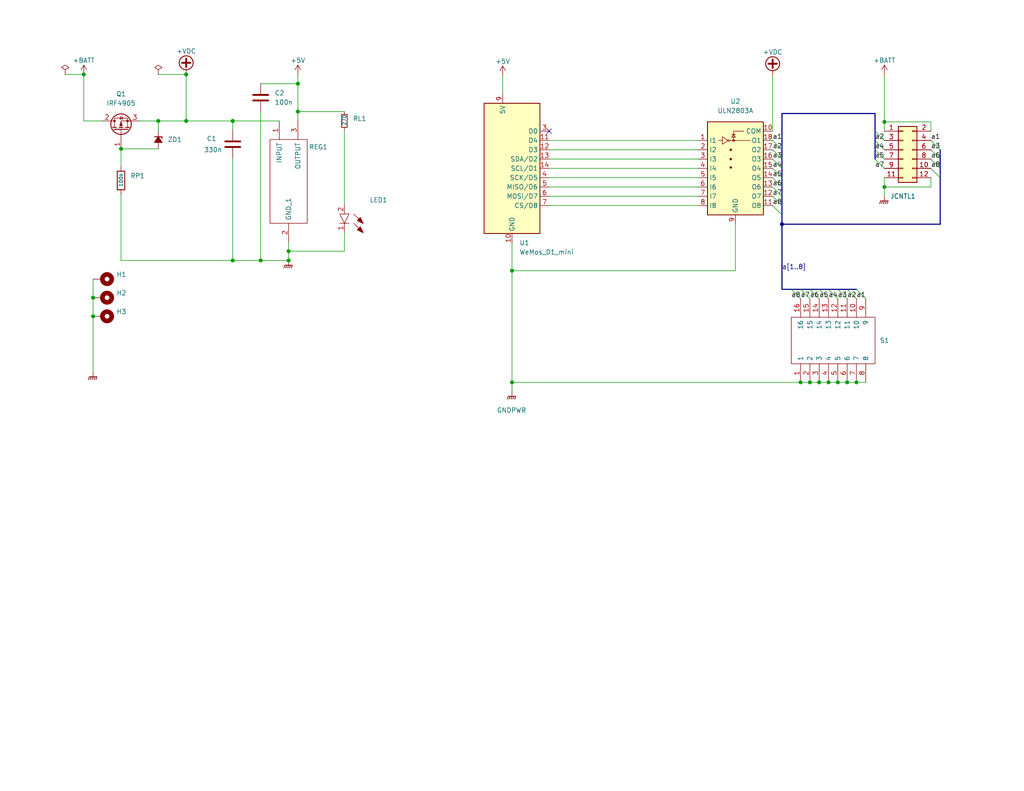
<source format=kicad_sch>
(kicad_sch (version 20211123) (generator eeschema)

  (uuid 0eec8485-c667-4bd4-b362-8a00007c8b10)

  (paper "USLetter")

  (title_block
    (title "Dragon We SSR Control")
    (date "2022-06-06")
    (rev "0.0.2")
    (comment 2 "creativecommons.org/licenses/by/4.0/")
    (comment 3 "License: CC By 4.0")
    (comment 4 "Author: Michael Cummings")
  )

  (lib_symbols
    (symbol "Connector_Generic:Conn_02x06_Odd_Even" (pin_names (offset 1.016) hide) (in_bom yes) (on_board yes)
      (property "Reference" "J" (id 0) (at 1.27 7.62 0)
        (effects (font (size 1.27 1.27)))
      )
      (property "Value" "Conn_02x06_Odd_Even" (id 1) (at 1.27 -10.16 0)
        (effects (font (size 1.27 1.27)))
      )
      (property "Footprint" "" (id 2) (at 0 0 0)
        (effects (font (size 1.27 1.27)) hide)
      )
      (property "Datasheet" "~" (id 3) (at 0 0 0)
        (effects (font (size 1.27 1.27)) hide)
      )
      (property "ki_keywords" "connector" (id 4) (at 0 0 0)
        (effects (font (size 1.27 1.27)) hide)
      )
      (property "ki_description" "Generic connector, double row, 02x06, odd/even pin numbering scheme (row 1 odd numbers, row 2 even numbers), script generated (kicad-library-utils/schlib/autogen/connector/)" (id 5) (at 0 0 0)
        (effects (font (size 1.27 1.27)) hide)
      )
      (property "ki_fp_filters" "Connector*:*_2x??_*" (id 6) (at 0 0 0)
        (effects (font (size 1.27 1.27)) hide)
      )
      (symbol "Conn_02x06_Odd_Even_1_1"
        (rectangle (start -1.27 -7.493) (end 0 -7.747)
          (stroke (width 0.1524) (type default) (color 0 0 0 0))
          (fill (type none))
        )
        (rectangle (start -1.27 -4.953) (end 0 -5.207)
          (stroke (width 0.1524) (type default) (color 0 0 0 0))
          (fill (type none))
        )
        (rectangle (start -1.27 -2.413) (end 0 -2.667)
          (stroke (width 0.1524) (type default) (color 0 0 0 0))
          (fill (type none))
        )
        (rectangle (start -1.27 0.127) (end 0 -0.127)
          (stroke (width 0.1524) (type default) (color 0 0 0 0))
          (fill (type none))
        )
        (rectangle (start -1.27 2.667) (end 0 2.413)
          (stroke (width 0.1524) (type default) (color 0 0 0 0))
          (fill (type none))
        )
        (rectangle (start -1.27 5.207) (end 0 4.953)
          (stroke (width 0.1524) (type default) (color 0 0 0 0))
          (fill (type none))
        )
        (rectangle (start -1.27 6.35) (end 3.81 -8.89)
          (stroke (width 0.254) (type default) (color 0 0 0 0))
          (fill (type background))
        )
        (rectangle (start 3.81 -7.493) (end 2.54 -7.747)
          (stroke (width 0.1524) (type default) (color 0 0 0 0))
          (fill (type none))
        )
        (rectangle (start 3.81 -4.953) (end 2.54 -5.207)
          (stroke (width 0.1524) (type default) (color 0 0 0 0))
          (fill (type none))
        )
        (rectangle (start 3.81 -2.413) (end 2.54 -2.667)
          (stroke (width 0.1524) (type default) (color 0 0 0 0))
          (fill (type none))
        )
        (rectangle (start 3.81 0.127) (end 2.54 -0.127)
          (stroke (width 0.1524) (type default) (color 0 0 0 0))
          (fill (type none))
        )
        (rectangle (start 3.81 2.667) (end 2.54 2.413)
          (stroke (width 0.1524) (type default) (color 0 0 0 0))
          (fill (type none))
        )
        (rectangle (start 3.81 5.207) (end 2.54 4.953)
          (stroke (width 0.1524) (type default) (color 0 0 0 0))
          (fill (type none))
        )
        (pin passive line (at -5.08 5.08 0) (length 3.81)
          (name "Pin_1" (effects (font (size 1.27 1.27))))
          (number "1" (effects (font (size 1.27 1.27))))
        )
        (pin passive line (at 7.62 -5.08 180) (length 3.81)
          (name "Pin_10" (effects (font (size 1.27 1.27))))
          (number "10" (effects (font (size 1.27 1.27))))
        )
        (pin passive line (at -5.08 -7.62 0) (length 3.81)
          (name "Pin_11" (effects (font (size 1.27 1.27))))
          (number "11" (effects (font (size 1.27 1.27))))
        )
        (pin passive line (at 7.62 -7.62 180) (length 3.81)
          (name "Pin_12" (effects (font (size 1.27 1.27))))
          (number "12" (effects (font (size 1.27 1.27))))
        )
        (pin passive line (at 7.62 5.08 180) (length 3.81)
          (name "Pin_2" (effects (font (size 1.27 1.27))))
          (number "2" (effects (font (size 1.27 1.27))))
        )
        (pin passive line (at -5.08 2.54 0) (length 3.81)
          (name "Pin_3" (effects (font (size 1.27 1.27))))
          (number "3" (effects (font (size 1.27 1.27))))
        )
        (pin passive line (at 7.62 2.54 180) (length 3.81)
          (name "Pin_4" (effects (font (size 1.27 1.27))))
          (number "4" (effects (font (size 1.27 1.27))))
        )
        (pin passive line (at -5.08 0 0) (length 3.81)
          (name "Pin_5" (effects (font (size 1.27 1.27))))
          (number "5" (effects (font (size 1.27 1.27))))
        )
        (pin passive line (at 7.62 0 180) (length 3.81)
          (name "Pin_6" (effects (font (size 1.27 1.27))))
          (number "6" (effects (font (size 1.27 1.27))))
        )
        (pin passive line (at -5.08 -2.54 0) (length 3.81)
          (name "Pin_7" (effects (font (size 1.27 1.27))))
          (number "7" (effects (font (size 1.27 1.27))))
        )
        (pin passive line (at 7.62 -2.54 180) (length 3.81)
          (name "Pin_8" (effects (font (size 1.27 1.27))))
          (number "8" (effects (font (size 1.27 1.27))))
        )
        (pin passive line (at -5.08 -5.08 0) (length 3.81)
          (name "Pin_9" (effects (font (size 1.27 1.27))))
          (number "9" (effects (font (size 1.27 1.27))))
        )
      )
    )
    (symbol "Device:C" (pin_numbers hide) (pin_names (offset 0.254)) (in_bom yes) (on_board yes)
      (property "Reference" "C" (id 0) (at 0.635 2.54 0)
        (effects (font (size 1.27 1.27)) (justify left))
      )
      (property "Value" "C" (id 1) (at 0.635 -2.54 0)
        (effects (font (size 1.27 1.27)) (justify left))
      )
      (property "Footprint" "" (id 2) (at 0.9652 -3.81 0)
        (effects (font (size 1.27 1.27)) hide)
      )
      (property "Datasheet" "~" (id 3) (at 0 0 0)
        (effects (font (size 1.27 1.27)) hide)
      )
      (property "ki_keywords" "cap capacitor" (id 4) (at 0 0 0)
        (effects (font (size 1.27 1.27)) hide)
      )
      (property "ki_description" "Unpolarized capacitor" (id 5) (at 0 0 0)
        (effects (font (size 1.27 1.27)) hide)
      )
      (property "ki_fp_filters" "C_*" (id 6) (at 0 0 0)
        (effects (font (size 1.27 1.27)) hide)
      )
      (symbol "C_0_1"
        (polyline
          (pts
            (xy -2.032 -0.762)
            (xy 2.032 -0.762)
          )
          (stroke (width 0.508) (type default) (color 0 0 0 0))
          (fill (type none))
        )
        (polyline
          (pts
            (xy -2.032 0.762)
            (xy 2.032 0.762)
          )
          (stroke (width 0.508) (type default) (color 0 0 0 0))
          (fill (type none))
        )
      )
      (symbol "C_1_1"
        (pin passive line (at 0 3.81 270) (length 2.794)
          (name "~" (effects (font (size 1.27 1.27))))
          (number "1" (effects (font (size 1.27 1.27))))
        )
        (pin passive line (at 0 -3.81 90) (length 2.794)
          (name "~" (effects (font (size 1.27 1.27))))
          (number "2" (effects (font (size 1.27 1.27))))
        )
      )
    )
    (symbol "Device:D_Zener_Small_Filled" (pin_numbers hide) (pin_names (offset 0.254) hide) (in_bom yes) (on_board yes)
      (property "Reference" "D" (id 0) (at 0 2.286 0)
        (effects (font (size 1.27 1.27)))
      )
      (property "Value" "D_Zener_Small_Filled" (id 1) (at 0 -2.286 0)
        (effects (font (size 1.27 1.27)))
      )
      (property "Footprint" "" (id 2) (at 0 0 90)
        (effects (font (size 1.27 1.27)) hide)
      )
      (property "Datasheet" "~" (id 3) (at 0 0 90)
        (effects (font (size 1.27 1.27)) hide)
      )
      (property "ki_keywords" "diode" (id 4) (at 0 0 0)
        (effects (font (size 1.27 1.27)) hide)
      )
      (property "ki_description" "Zener diode, small symbol, filled shape" (id 5) (at 0 0 0)
        (effects (font (size 1.27 1.27)) hide)
      )
      (property "ki_fp_filters" "TO-???* *_Diode_* *SingleDiode* D_*" (id 6) (at 0 0 0)
        (effects (font (size 1.27 1.27)) hide)
      )
      (symbol "D_Zener_Small_Filled_0_1"
        (polyline
          (pts
            (xy 0.762 0)
            (xy -0.762 0)
          )
          (stroke (width 0) (type default) (color 0 0 0 0))
          (fill (type none))
        )
        (polyline
          (pts
            (xy -0.254 1.016)
            (xy -0.762 1.016)
            (xy -0.762 -1.016)
          )
          (stroke (width 0.254) (type default) (color 0 0 0 0))
          (fill (type none))
        )
        (polyline
          (pts
            (xy 0.762 1.016)
            (xy -0.762 0)
            (xy 0.762 -1.016)
            (xy 0.762 1.016)
          )
          (stroke (width 0.254) (type default) (color 0 0 0 0))
          (fill (type outline))
        )
      )
      (symbol "D_Zener_Small_Filled_1_1"
        (pin passive line (at -2.54 0 0) (length 1.778)
          (name "K" (effects (font (size 1.27 1.27))))
          (number "1" (effects (font (size 1.27 1.27))))
        )
        (pin passive line (at 2.54 0 180) (length 1.778)
          (name "A" (effects (font (size 1.27 1.27))))
          (number "2" (effects (font (size 1.27 1.27))))
        )
      )
    )
    (symbol "Device:R" (pin_numbers hide) (pin_names (offset 0)) (in_bom yes) (on_board yes)
      (property "Reference" "R" (id 0) (at 2.032 0 90)
        (effects (font (size 1.27 1.27)))
      )
      (property "Value" "R" (id 1) (at 0 0 90)
        (effects (font (size 1.27 1.27)))
      )
      (property "Footprint" "" (id 2) (at -1.778 0 90)
        (effects (font (size 1.27 1.27)) hide)
      )
      (property "Datasheet" "~" (id 3) (at 0 0 0)
        (effects (font (size 1.27 1.27)) hide)
      )
      (property "ki_keywords" "R res resistor" (id 4) (at 0 0 0)
        (effects (font (size 1.27 1.27)) hide)
      )
      (property "ki_description" "Resistor" (id 5) (at 0 0 0)
        (effects (font (size 1.27 1.27)) hide)
      )
      (property "ki_fp_filters" "R_*" (id 6) (at 0 0 0)
        (effects (font (size 1.27 1.27)) hide)
      )
      (symbol "R_0_1"
        (rectangle (start -1.016 -2.54) (end 1.016 2.54)
          (stroke (width 0.254) (type default) (color 0 0 0 0))
          (fill (type none))
        )
      )
      (symbol "R_1_1"
        (pin passive line (at 0 3.81 270) (length 1.27)
          (name "~" (effects (font (size 1.27 1.27))))
          (number "1" (effects (font (size 1.27 1.27))))
        )
        (pin passive line (at 0 -3.81 90) (length 1.27)
          (name "~" (effects (font (size 1.27 1.27))))
          (number "2" (effects (font (size 1.27 1.27))))
        )
      )
    )
    (symbol "Device:R_Small" (pin_numbers hide) (pin_names (offset 0.254) hide) (in_bom yes) (on_board yes)
      (property "Reference" "R" (id 0) (at 0.762 0.508 0)
        (effects (font (size 1.27 1.27)) (justify left))
      )
      (property "Value" "R_Small" (id 1) (at 0.762 -1.016 0)
        (effects (font (size 1.27 1.27)) (justify left))
      )
      (property "Footprint" "" (id 2) (at 0 0 0)
        (effects (font (size 1.27 1.27)) hide)
      )
      (property "Datasheet" "~" (id 3) (at 0 0 0)
        (effects (font (size 1.27 1.27)) hide)
      )
      (property "ki_keywords" "R resistor" (id 4) (at 0 0 0)
        (effects (font (size 1.27 1.27)) hide)
      )
      (property "ki_description" "Resistor, small symbol" (id 5) (at 0 0 0)
        (effects (font (size 1.27 1.27)) hide)
      )
      (property "ki_fp_filters" "R_*" (id 6) (at 0 0 0)
        (effects (font (size 1.27 1.27)) hide)
      )
      (symbol "R_Small_0_1"
        (rectangle (start -0.762 1.778) (end 0.762 -1.778)
          (stroke (width 0.2032) (type default) (color 0 0 0 0))
          (fill (type none))
        )
      )
      (symbol "R_Small_1_1"
        (pin passive line (at 0 2.54 270) (length 0.762)
          (name "~" (effects (font (size 1.27 1.27))))
          (number "1" (effects (font (size 1.27 1.27))))
        )
        (pin passive line (at 0 -2.54 90) (length 0.762)
          (name "~" (effects (font (size 1.27 1.27))))
          (number "2" (effects (font (size 1.27 1.27))))
        )
      )
    )
    (symbol "MCU_Module:WeMos_D1_mini" (in_bom yes) (on_board yes)
      (property "Reference" "U1" (id 0) (at 2.0194 -20.32 0)
        (effects (font (size 1.27 1.27)) (justify left))
      )
      (property "Value" "WeMos_D1_mini" (id 1) (at 2.0194 -22.86 0)
        (effects (font (size 1.27 1.27)) (justify left))
      )
      (property "Footprint" "Module:WEMOS_D1_mini_light" (id 2) (at 0 -29.21 0)
        (effects (font (size 1.27 1.27)) hide)
      )
      (property "Datasheet" "https://wiki.wemos.cc/products:d1:d1_mini#documentation" (id 3) (at -46.99 -29.21 0)
        (effects (font (size 1.27 1.27)) hide)
      )
      (property "ki_keywords" "ESP8266 WiFi microcontroller ESP8266EX" (id 4) (at 0 0 0)
        (effects (font (size 1.27 1.27)) hide)
      )
      (property "ki_description" "32-bit microcontroller module with WiFi" (id 5) (at 0 0 0)
        (effects (font (size 1.27 1.27)) hide)
      )
      (property "ki_fp_filters" "WEMOS*D1*mini*" (id 6) (at 0 0 0)
        (effects (font (size 1.27 1.27)) hide)
      )
      (symbol "WeMos_D1_mini_1_1"
        (rectangle (start -7.62 17.78) (end 7.62 -17.78)
          (stroke (width 0.254) (type default) (color 0 0 0 0))
          (fill (type background))
        )
        (pin power_in line (at 0 -20.32 90) (length 2.54)
          (name "GND" (effects (font (size 1.27 1.27))))
          (number "10" (effects (font (size 1.27 1.27))))
        )
        (pin bidirectional line (at 10.16 7.62 180) (length 2.54)
          (name "D4" (effects (font (size 1.27 1.27))))
          (number "11" (effects (font (size 1.27 1.27))))
        )
        (pin bidirectional line (at 10.16 5.08 180) (length 2.54)
          (name "D3" (effects (font (size 1.27 1.27))))
          (number "12" (effects (font (size 1.27 1.27))))
        )
        (pin bidirectional line (at 10.16 2.54 180) (length 2.54)
          (name "SDA/D2" (effects (font (size 1.27 1.27))))
          (number "13" (effects (font (size 1.27 1.27))))
        )
        (pin bidirectional line (at 10.16 0 180) (length 2.54)
          (name "SCL/D1" (effects (font (size 1.27 1.27))))
          (number "14" (effects (font (size 1.27 1.27))))
        )
        (pin bidirectional line (at 10.16 10.16 180) (length 2.54)
          (name "D0" (effects (font (size 1.27 1.27))))
          (number "3" (effects (font (size 1.27 1.27))))
        )
        (pin bidirectional line (at 10.16 -2.54 180) (length 2.54)
          (name "SCK/D5" (effects (font (size 1.27 1.27))))
          (number "4" (effects (font (size 1.27 1.27))))
        )
        (pin bidirectional line (at 10.16 -5.08 180) (length 2.54)
          (name "MISO/D6" (effects (font (size 1.27 1.27))))
          (number "5" (effects (font (size 1.27 1.27))))
        )
        (pin bidirectional line (at 10.16 -7.62 180) (length 2.54)
          (name "MOSI/D7" (effects (font (size 1.27 1.27))))
          (number "6" (effects (font (size 1.27 1.27))))
        )
        (pin bidirectional line (at 10.16 -10.16 180) (length 2.54)
          (name "CS/D8" (effects (font (size 1.27 1.27))))
          (number "7" (effects (font (size 1.27 1.27))))
        )
        (pin power_in line (at -2.54 20.32 270) (length 2.54)
          (name "5V" (effects (font (size 1.27 1.27))))
          (number "9" (effects (font (size 1.27 1.27))))
        )
      )
    )
    (symbol "Mechanical:MountingHole_Pad" (pin_numbers hide) (pin_names (offset 1.016) hide) (in_bom yes) (on_board yes)
      (property "Reference" "H" (id 0) (at 0 6.35 0)
        (effects (font (size 1.27 1.27)))
      )
      (property "Value" "MountingHole_Pad" (id 1) (at 0 4.445 0)
        (effects (font (size 1.27 1.27)))
      )
      (property "Footprint" "" (id 2) (at 0 0 0)
        (effects (font (size 1.27 1.27)) hide)
      )
      (property "Datasheet" "~" (id 3) (at 0 0 0)
        (effects (font (size 1.27 1.27)) hide)
      )
      (property "ki_keywords" "mounting hole" (id 4) (at 0 0 0)
        (effects (font (size 1.27 1.27)) hide)
      )
      (property "ki_description" "Mounting Hole with connection" (id 5) (at 0 0 0)
        (effects (font (size 1.27 1.27)) hide)
      )
      (property "ki_fp_filters" "MountingHole*Pad*" (id 6) (at 0 0 0)
        (effects (font (size 1.27 1.27)) hide)
      )
      (symbol "MountingHole_Pad_0_1"
        (circle (center 0 1.27) (radius 1.27)
          (stroke (width 1.27) (type default) (color 0 0 0 0))
          (fill (type none))
        )
      )
      (symbol "MountingHole_Pad_1_1"
        (pin input line (at 0 -2.54 90) (length 2.54)
          (name "1" (effects (font (size 1.27 1.27))))
          (number "1" (effects (font (size 1.27 1.27))))
        )
      )
    )
    (symbol "SamacSys_Parts:193-8MS" (pin_names (offset 0.762)) (in_bom yes) (on_board yes)
      (property "Reference" "S" (id 0) (at 19.05 7.62 0)
        (effects (font (size 1.27 1.27)) (justify left))
      )
      (property "Value" "193-8MS" (id 1) (at 19.05 5.08 0)
        (effects (font (size 1.27 1.27)) (justify left))
      )
      (property "Footprint" "1938MS" (id 2) (at 19.05 2.54 0)
        (effects (font (size 1.27 1.27)) (justify left) hide)
      )
      (property "Datasheet" "https://componentsearchengine.com/Datasheets/1/193-8MS.pdf" (id 3) (at 19.05 0 0)
        (effects (font (size 1.27 1.27)) (justify left) hide)
      )
      (property "Description" "DIP Switches / SIP Switches 8 switch sections SPST" (id 4) (at 19.05 -2.54 0)
        (effects (font (size 1.27 1.27)) (justify left) hide)
      )
      (property "Height" "9.37" (id 5) (at 19.05 -5.08 0)
        (effects (font (size 1.27 1.27)) (justify left) hide)
      )
      (property "Mouser Part Number" "774-1938MS" (id 6) (at 19.05 -7.62 0)
        (effects (font (size 1.27 1.27)) (justify left) hide)
      )
      (property "Mouser Price/Stock" "https://www.mouser.co.uk/ProductDetail/CTS-Electronic-Components/193-8MS?qs=Mr%252BgrRYddfpU71WCaMSCKA%3D%3D" (id 7) (at 19.05 -10.16 0)
        (effects (font (size 1.27 1.27)) (justify left) hide)
      )
      (property "Manufacturer_Name" "CTS" (id 8) (at 19.05 -12.7 0)
        (effects (font (size 1.27 1.27)) (justify left) hide)
      )
      (property "Manufacturer_Part_Number" "193-8MS" (id 9) (at 19.05 -15.24 0)
        (effects (font (size 1.27 1.27)) (justify left) hide)
      )
      (property "ki_description" "DIP Switches / SIP Switches 8 switch sections SPST" (id 10) (at 0 0 0)
        (effects (font (size 1.27 1.27)) hide)
      )
      (symbol "193-8MS_0_0"
        (pin passive line (at 0 0 0) (length 5.08)
          (name "1" (effects (font (size 1.27 1.27))))
          (number "1" (effects (font (size 1.27 1.27))))
        )
        (pin passive line (at 22.86 -15.24 180) (length 5.08)
          (name "10" (effects (font (size 1.27 1.27))))
          (number "10" (effects (font (size 1.27 1.27))))
        )
        (pin passive line (at 22.86 -12.7 180) (length 5.08)
          (name "11" (effects (font (size 1.27 1.27))))
          (number "11" (effects (font (size 1.27 1.27))))
        )
        (pin passive line (at 22.86 -10.16 180) (length 5.08)
          (name "12" (effects (font (size 1.27 1.27))))
          (number "12" (effects (font (size 1.27 1.27))))
        )
        (pin passive line (at 22.86 -7.62 180) (length 5.08)
          (name "13" (effects (font (size 1.27 1.27))))
          (number "13" (effects (font (size 1.27 1.27))))
        )
        (pin passive line (at 22.86 -5.08 180) (length 5.08)
          (name "14" (effects (font (size 1.27 1.27))))
          (number "14" (effects (font (size 1.27 1.27))))
        )
        (pin passive line (at 22.86 -2.54 180) (length 5.08)
          (name "15" (effects (font (size 1.27 1.27))))
          (number "15" (effects (font (size 1.27 1.27))))
        )
        (pin passive line (at 22.86 0 180) (length 5.08)
          (name "16" (effects (font (size 1.27 1.27))))
          (number "16" (effects (font (size 1.27 1.27))))
        )
        (pin passive line (at 0 -2.54 0) (length 5.08)
          (name "2" (effects (font (size 1.27 1.27))))
          (number "2" (effects (font (size 1.27 1.27))))
        )
        (pin passive line (at 0 -5.08 0) (length 5.08)
          (name "3" (effects (font (size 1.27 1.27))))
          (number "3" (effects (font (size 1.27 1.27))))
        )
        (pin passive line (at 0 -7.62 0) (length 5.08)
          (name "4" (effects (font (size 1.27 1.27))))
          (number "4" (effects (font (size 1.27 1.27))))
        )
        (pin passive line (at 0 -10.16 0) (length 5.08)
          (name "5" (effects (font (size 1.27 1.27))))
          (number "5" (effects (font (size 1.27 1.27))))
        )
        (pin passive line (at 0 -12.7 0) (length 5.08)
          (name "6" (effects (font (size 1.27 1.27))))
          (number "6" (effects (font (size 1.27 1.27))))
        )
        (pin passive line (at 0 -15.24 0) (length 5.08)
          (name "7" (effects (font (size 1.27 1.27))))
          (number "7" (effects (font (size 1.27 1.27))))
        )
        (pin passive line (at 0 -17.78 0) (length 5.08)
          (name "8" (effects (font (size 1.27 1.27))))
          (number "8" (effects (font (size 1.27 1.27))))
        )
        (pin passive line (at 22.86 -17.78 180) (length 5.08)
          (name "9" (effects (font (size 1.27 1.27))))
          (number "9" (effects (font (size 1.27 1.27))))
        )
      )
      (symbol "193-8MS_0_1"
        (polyline
          (pts
            (xy 5.08 2.54)
            (xy 17.78 2.54)
            (xy 17.78 -20.32)
            (xy 5.08 -20.32)
            (xy 5.08 2.54)
          )
          (stroke (width 0.1524) (type default) (color 0 0 0 0))
          (fill (type none))
        )
      )
    )
    (symbol "SamacSys_Parts:LM7805MPX_NOPB" (pin_names (offset 0.762)) (in_bom yes) (on_board yes)
      (property "Reference" "REG1" (id 0) (at 5.08 6.35 0)
        (effects (font (size 1.27 1.27)) (justify left))
      )
      (property "Value" "LM7805" (id 1) (at 5.08 3.81 0)
        (effects (font (size 1.27 1.27)) (justify left) hide)
      )
      (property "Footprint" "Package_TO_SOT_SMD:SOT-223" (id 2) (at 21.59 -21.59 0)
        (effects (font (size 1.27 1.27)) (justify left) hide)
      )
      (property "Datasheet" "https://www.arrow.com/en/products/lm7805mpxnopb/texas-instruments" (id 3) (at 21.59 -31.75 0)
        (effects (font (size 1.27 1.27)) (justify left) hide)
      )
      (property "Description" "Linear Voltage Regulators 1.5-A, Wide VIN Fixed Voltage Regulators 4-SOT-223 0 to 0" (id 4) (at 21.59 -19.05 0)
        (effects (font (size 1.27 1.27)) (justify left) hide)
      )
      (property "Height" "1.8" (id 5) (at 21.59 -24.13 0)
        (effects (font (size 1.27 1.27)) (justify left) hide)
      )
      (property "Mouser Part Number" "595-LM7805MPX/NOPB" (id 6) (at 21.59 -29.21 0)
        (effects (font (size 1.27 1.27)) (justify left) hide)
      )
      (property "Mouser Price/Stock" "https://www.mouser.co.uk/ProductDetail/Texas-Instruments/LM7805MPX-NOPB?qs=gO6GG99qvRCSwIVAoVKHPw%3D%3D" (id 7) (at 21.59 -26.67 0)
        (effects (font (size 1.27 1.27)) (justify left) hide)
      )
      (property "Manufacturer_Name" "Texas Instruments" (id 8) (at 21.59 -13.97 0)
        (effects (font (size 1.27 1.27)) (justify left) hide)
      )
      (property "Manufacturer_Part_Number" "LM7805MPX/NOPB" (id 9) (at 21.59 -16.51 0)
        (effects (font (size 1.27 1.27)) (justify left) hide)
      )
      (property "ki_description" "Linear Voltage Regulators 1.5-A, Wide VIN Fixed Voltage Regulators 4-SOT-223 0 to 0" (id 10) (at 0 0 0)
        (effects (font (size 1.27 1.27)) hide)
      )
      (symbol "LM7805MPX_NOPB_0_0"
        (pin power_in line (at 0 0 0) (length 5.08)
          (name "INPUT" (effects (font (size 1.27 1.27))))
          (number "1" (effects (font (size 1.27 1.27))))
        )
        (pin power_out line (at 33.02 -2.54 180) (length 5.08)
          (name "GND_1" (effects (font (size 1.27 1.27))))
          (number "2" (effects (font (size 1.27 1.27))))
        )
        (pin power_out line (at 0 -5.08 0) (length 5.08)
          (name "OUTPUT" (effects (font (size 1.27 1.27))))
          (number "3" (effects (font (size 1.27 1.27))))
        )
        (pin passive line (at 33.02 -2.54 180) (length 5.08) hide
          (name "GND_2" (effects (font (size 1.27 1.27))))
          (number "4" (effects (font (size 1.27 1.27))))
        )
      )
      (symbol "LM7805MPX_NOPB_0_1"
        (polyline
          (pts
            (xy 5.08 2.54)
            (xy 27.94 2.54)
            (xy 27.94 -7.62)
            (xy 5.08 -7.62)
            (xy 5.08 2.54)
          )
          (stroke (width 0.1524) (type default) (color 0 0 0 0))
          (fill (type none))
        )
      )
    )
    (symbol "Transistor_Array:ULN2805A" (in_bom yes) (on_board yes)
      (property "Reference" "U" (id 0) (at 0 13.335 0)
        (effects (font (size 1.27 1.27)))
      )
      (property "Value" "ULN2805A" (id 1) (at 0 11.43 0)
        (effects (font (size 1.27 1.27)))
      )
      (property "Footprint" "" (id 2) (at 1.27 -16.51 0)
        (effects (font (size 1.27 1.27)) (justify left) hide)
      )
      (property "Datasheet" "http://www.promelec.ru/pdf/1536.pdf" (id 3) (at 2.54 -5.08 0)
        (effects (font (size 1.27 1.27)) hide)
      )
      (property "ki_keywords" "darlington transistor array" (id 4) (at 0 0 0)
        (effects (font (size 1.27 1.27)) hide)
      )
      (property "ki_description" "Darlington Transistor Arrays, SOIC18/DIP18" (id 5) (at 0 0 0)
        (effects (font (size 1.27 1.27)) hide)
      )
      (property "ki_fp_filters" "DIP*W7.62mm* SOIC*7.5x11.6mm*P1.27mm*" (id 6) (at 0 0 0)
        (effects (font (size 1.27 1.27)) hide)
      )
      (symbol "ULN2805A_0_1"
        (rectangle (start -7.62 -15.24) (end 7.62 10.16)
          (stroke (width 0.254) (type default) (color 0 0 0 0))
          (fill (type background))
        )
        (circle (center -1.778 5.08) (radius 0.254)
          (stroke (width 0) (type default) (color 0 0 0 0))
          (fill (type none))
        )
        (circle (center -1.27 -2.286) (radius 0.254)
          (stroke (width 0) (type default) (color 0 0 0 0))
          (fill (type outline))
        )
        (circle (center -1.27 0) (radius 0.254)
          (stroke (width 0) (type default) (color 0 0 0 0))
          (fill (type outline))
        )
        (circle (center -1.27 2.54) (radius 0.254)
          (stroke (width 0) (type default) (color 0 0 0 0))
          (fill (type outline))
        )
        (circle (center -0.508 5.08) (radius 0.254)
          (stroke (width 0) (type default) (color 0 0 0 0))
          (fill (type outline))
        )
        (polyline
          (pts
            (xy -4.572 5.08)
            (xy -3.556 5.08)
          )
          (stroke (width 0) (type default) (color 0 0 0 0))
          (fill (type none))
        )
        (polyline
          (pts
            (xy -1.524 5.08)
            (xy 4.064 5.08)
          )
          (stroke (width 0) (type default) (color 0 0 0 0))
          (fill (type none))
        )
        (polyline
          (pts
            (xy 0 6.731)
            (xy -1.016 6.731)
          )
          (stroke (width 0) (type default) (color 0 0 0 0))
          (fill (type none))
        )
        (polyline
          (pts
            (xy -0.508 5.08)
            (xy -0.508 7.62)
            (xy 2.286 7.62)
          )
          (stroke (width 0) (type default) (color 0 0 0 0))
          (fill (type none))
        )
        (polyline
          (pts
            (xy -3.556 6.096)
            (xy -3.556 4.064)
            (xy -2.032 5.08)
            (xy -3.556 6.096)
          )
          (stroke (width 0) (type default) (color 0 0 0 0))
          (fill (type none))
        )
        (polyline
          (pts
            (xy 0 5.969)
            (xy -1.016 5.969)
            (xy -0.508 6.731)
            (xy 0 5.969)
          )
          (stroke (width 0) (type default) (color 0 0 0 0))
          (fill (type none))
        )
      )
      (symbol "ULN2805A_1_1"
        (pin input line (at -10.16 5.08 0) (length 2.54)
          (name "I1" (effects (font (size 1.27 1.27))))
          (number "1" (effects (font (size 1.27 1.27))))
        )
        (pin passive line (at 10.16 7.62 180) (length 2.54)
          (name "COM" (effects (font (size 1.27 1.27))))
          (number "10" (effects (font (size 1.27 1.27))))
        )
        (pin open_collector line (at 10.16 -12.7 180) (length 2.54)
          (name "O8" (effects (font (size 1.27 1.27))))
          (number "11" (effects (font (size 1.27 1.27))))
        )
        (pin open_collector line (at 10.16 -10.16 180) (length 2.54)
          (name "O7" (effects (font (size 1.27 1.27))))
          (number "12" (effects (font (size 1.27 1.27))))
        )
        (pin open_collector line (at 10.16 -7.62 180) (length 2.54)
          (name "O6" (effects (font (size 1.27 1.27))))
          (number "13" (effects (font (size 1.27 1.27))))
        )
        (pin open_collector line (at 10.16 -5.08 180) (length 2.54)
          (name "O5" (effects (font (size 1.27 1.27))))
          (number "14" (effects (font (size 1.27 1.27))))
        )
        (pin open_collector line (at 10.16 -2.54 180) (length 2.54)
          (name "O4" (effects (font (size 1.27 1.27))))
          (number "15" (effects (font (size 1.27 1.27))))
        )
        (pin open_collector line (at 10.16 0 180) (length 2.54)
          (name "O3" (effects (font (size 1.27 1.27))))
          (number "16" (effects (font (size 1.27 1.27))))
        )
        (pin open_collector line (at 10.16 2.54 180) (length 2.54)
          (name "O2" (effects (font (size 1.27 1.27))))
          (number "17" (effects (font (size 1.27 1.27))))
        )
        (pin open_collector line (at 10.16 5.08 180) (length 2.54)
          (name "O1" (effects (font (size 1.27 1.27))))
          (number "18" (effects (font (size 1.27 1.27))))
        )
        (pin input line (at -10.16 2.54 0) (length 2.54)
          (name "I2" (effects (font (size 1.27 1.27))))
          (number "2" (effects (font (size 1.27 1.27))))
        )
        (pin input line (at -10.16 0 0) (length 2.54)
          (name "I3" (effects (font (size 1.27 1.27))))
          (number "3" (effects (font (size 1.27 1.27))))
        )
        (pin input line (at -10.16 -2.54 0) (length 2.54)
          (name "I4" (effects (font (size 1.27 1.27))))
          (number "4" (effects (font (size 1.27 1.27))))
        )
        (pin input line (at -10.16 -5.08 0) (length 2.54)
          (name "I5" (effects (font (size 1.27 1.27))))
          (number "5" (effects (font (size 1.27 1.27))))
        )
        (pin input line (at -10.16 -7.62 0) (length 2.54)
          (name "I6" (effects (font (size 1.27 1.27))))
          (number "6" (effects (font (size 1.27 1.27))))
        )
        (pin input line (at -10.16 -10.16 0) (length 2.54)
          (name "I7" (effects (font (size 1.27 1.27))))
          (number "7" (effects (font (size 1.27 1.27))))
        )
        (pin input line (at -10.16 -12.7 0) (length 2.54)
          (name "I8" (effects (font (size 1.27 1.27))))
          (number "8" (effects (font (size 1.27 1.27))))
        )
        (pin power_in line (at 0 -17.78 90) (length 2.54)
          (name "GND" (effects (font (size 1.27 1.27))))
          (number "9" (effects (font (size 1.27 1.27))))
        )
      )
    )
    (symbol "Transistor_FET:IRF4905" (pin_names hide) (in_bom yes) (on_board yes)
      (property "Reference" "Q" (id 0) (at 5.08 1.905 0)
        (effects (font (size 1.27 1.27)) (justify left))
      )
      (property "Value" "IRF4905" (id 1) (at 5.08 0 0)
        (effects (font (size 1.27 1.27)) (justify left))
      )
      (property "Footprint" "Package_TO_SOT_THT:TO-220-3_Vertical" (id 2) (at 5.08 -1.905 0)
        (effects (font (size 1.27 1.27) italic) (justify left) hide)
      )
      (property "Datasheet" "http://www.infineon.com/dgdl/irf4905.pdf?fileId=5546d462533600a4015355e32165197c" (id 3) (at 0 0 0)
        (effects (font (size 1.27 1.27)) (justify left) hide)
      )
      (property "ki_keywords" "Single P-Channel HEXFET Power MOSFET" (id 4) (at 0 0 0)
        (effects (font (size 1.27 1.27)) hide)
      )
      (property "ki_description" "-74A Id, -55V Vds, Single P-Channel HEXFET Power MOSFET, 20mOhm Ron, TO-220AB" (id 5) (at 0 0 0)
        (effects (font (size 1.27 1.27)) hide)
      )
      (property "ki_fp_filters" "TO?220*" (id 6) (at 0 0 0)
        (effects (font (size 1.27 1.27)) hide)
      )
      (symbol "IRF4905_0_1"
        (polyline
          (pts
            (xy 0.254 0)
            (xy -2.54 0)
          )
          (stroke (width 0) (type default) (color 0 0 0 0))
          (fill (type none))
        )
        (polyline
          (pts
            (xy 0.254 1.905)
            (xy 0.254 -1.905)
          )
          (stroke (width 0.254) (type default) (color 0 0 0 0))
          (fill (type none))
        )
        (polyline
          (pts
            (xy 0.762 -1.27)
            (xy 0.762 -2.286)
          )
          (stroke (width 0.254) (type default) (color 0 0 0 0))
          (fill (type none))
        )
        (polyline
          (pts
            (xy 0.762 0.508)
            (xy 0.762 -0.508)
          )
          (stroke (width 0.254) (type default) (color 0 0 0 0))
          (fill (type none))
        )
        (polyline
          (pts
            (xy 0.762 2.286)
            (xy 0.762 1.27)
          )
          (stroke (width 0.254) (type default) (color 0 0 0 0))
          (fill (type none))
        )
        (polyline
          (pts
            (xy 2.54 2.54)
            (xy 2.54 1.778)
          )
          (stroke (width 0) (type default) (color 0 0 0 0))
          (fill (type none))
        )
        (polyline
          (pts
            (xy 2.54 -2.54)
            (xy 2.54 0)
            (xy 0.762 0)
          )
          (stroke (width 0) (type default) (color 0 0 0 0))
          (fill (type none))
        )
        (polyline
          (pts
            (xy 0.762 1.778)
            (xy 3.302 1.778)
            (xy 3.302 -1.778)
            (xy 0.762 -1.778)
          )
          (stroke (width 0) (type default) (color 0 0 0 0))
          (fill (type none))
        )
        (polyline
          (pts
            (xy 2.286 0)
            (xy 1.27 0.381)
            (xy 1.27 -0.381)
            (xy 2.286 0)
          )
          (stroke (width 0) (type default) (color 0 0 0 0))
          (fill (type outline))
        )
        (polyline
          (pts
            (xy 2.794 -0.508)
            (xy 2.921 -0.381)
            (xy 3.683 -0.381)
            (xy 3.81 -0.254)
          )
          (stroke (width 0) (type default) (color 0 0 0 0))
          (fill (type none))
        )
        (polyline
          (pts
            (xy 3.302 -0.381)
            (xy 2.921 0.254)
            (xy 3.683 0.254)
            (xy 3.302 -0.381)
          )
          (stroke (width 0) (type default) (color 0 0 0 0))
          (fill (type none))
        )
        (circle (center 1.651 0) (radius 2.794)
          (stroke (width 0.254) (type default) (color 0 0 0 0))
          (fill (type none))
        )
        (circle (center 2.54 -1.778) (radius 0.254)
          (stroke (width 0) (type default) (color 0 0 0 0))
          (fill (type outline))
        )
        (circle (center 2.54 1.778) (radius 0.254)
          (stroke (width 0) (type default) (color 0 0 0 0))
          (fill (type outline))
        )
      )
      (symbol "IRF4905_1_1"
        (pin input line (at -5.08 0 0) (length 2.54)
          (name "G" (effects (font (size 1.27 1.27))))
          (number "1" (effects (font (size 1.27 1.27))))
        )
        (pin passive line (at 2.54 5.08 270) (length 2.54)
          (name "D" (effects (font (size 1.27 1.27))))
          (number "2" (effects (font (size 1.27 1.27))))
        )
        (pin passive line (at 2.54 -5.08 90) (length 2.54)
          (name "S" (effects (font (size 1.27 1.27))))
          (number "3" (effects (font (size 1.27 1.27))))
        )
      )
    )
    (symbol "dragon_mobile:LTST-C190KGKT" (pin_names (offset 0.762)) (in_bom yes) (on_board yes)
      (property "Reference" "LED" (id 0) (at 0 7.62 0)
        (effects (font (size 1.27 1.27)) (justify left bottom))
      )
      (property "Value" "LTST-C190KGKT" (id 1) (at 0 5.08 0)
        (effects (font (size 1.27 1.27)) (justify left bottom))
      )
      (property "Footprint" "dragon_mobile:LEDC1608X80N" (id 2) (at 12.7 -6.35 0)
        (effects (font (size 1.27 1.27)) (justify left bottom) hide)
      )
      (property "Datasheet" "" (id 3) (at 12.7 1.27 0)
        (effects (font (size 1.27 1.27)) (justify left bottom) hide)
      )
      (property "Description" "Lite-On LTST-C190KGKT, 571 nm Green LED, 1608 (0603) SMD package" (id 4) (at 12.7 -8.89 0)
        (effects (font (size 1.27 1.27)) (justify left bottom) hide)
      )
      (property "Height" "0.8" (id 5) (at 12.7 -11.43 0)
        (effects (font (size 1.27 1.27)) (justify left bottom) hide)
      )
      (property "Mouser Part Number" "859-LTST-C190KGKT" (id 6) (at 12.7 -13.97 0)
        (effects (font (size 1.27 1.27)) (justify left bottom) hide)
      )
      (property "Mouser Price/Stock" "https://www.mouser.com/ProductDetail/Lite-On/LTST-C190KGKT?qs=205qCy6M2Q%252BAdcgwUZktqw%3D%3D" (id 7) (at 12.7 -16.51 0)
        (effects (font (size 1.27 1.27)) (justify left bottom) hide)
      )
      (property "Manufacturer_Name" "Lite-On" (id 8) (at 12.7 -19.05 0)
        (effects (font (size 1.27 1.27)) (justify left bottom) hide)
      )
      (property "Manufacturer_Part_Number" "LTST-C190KGKT" (id 9) (at 12.7 -21.59 0)
        (effects (font (size 1.27 1.27)) (justify left bottom) hide)
      )
      (property "ki_description" "Lite-On LTST-C190KGKT, 571 nm Green LED, 1608 (0603) SMD package" (id 10) (at 0 0 0)
        (effects (font (size 1.27 1.27)) hide)
      )
      (symbol "LTST-C190KGKT_0_0"
        (pin passive line (at 0 0 0) (length 2.54)
          (name "~" (effects (font (size 1.27 1.27))))
          (number "1" (effects (font (size 1.27 1.27))))
        )
        (pin passive line (at 7.62 0 180) (length 2.54)
          (name "~" (effects (font (size 1.27 1.27))))
          (number "2" (effects (font (size 1.27 1.27))))
        )
      )
      (symbol "LTST-C190KGKT_0_1"
        (polyline
          (pts
            (xy 2.54 1.27)
            (xy 2.54 -1.27)
          )
          (stroke (width 0.1524) (type default) (color 0 0 0 0))
          (fill (type none))
        )
        (polyline
          (pts
            (xy 2.54 2.54)
            (xy 0 5.08)
          )
          (stroke (width 0.1524) (type default) (color 0 0 0 0))
          (fill (type none))
        )
        (polyline
          (pts
            (xy 5.08 2.54)
            (xy 2.54 5.08)
          )
          (stroke (width 0.1524) (type default) (color 0 0 0 0))
          (fill (type none))
        )
        (polyline
          (pts
            (xy 1.524 4.318)
            (xy 0.762 3.556)
            (xy 0 5.08)
            (xy 1.524 4.318)
          )
          (stroke (width 0.254) (type default) (color 0 0 0 0))
          (fill (type outline))
        )
        (polyline
          (pts
            (xy 2.54 0)
            (xy 5.08 1.27)
            (xy 5.08 -1.27)
            (xy 2.54 0)
          )
          (stroke (width 0) (type default) (color 0 0 0 0))
          (fill (type none))
        )
        (polyline
          (pts
            (xy 4.064 4.318)
            (xy 3.302 3.556)
            (xy 2.54 5.08)
            (xy 4.064 4.318)
          )
          (stroke (width 0.254) (type default) (color 0 0 0 0))
          (fill (type outline))
        )
      )
    )
    (symbol "power:+5V" (power) (pin_names (offset 0)) (in_bom yes) (on_board yes)
      (property "Reference" "#PWR" (id 0) (at 0 -3.81 0)
        (effects (font (size 1.27 1.27)) hide)
      )
      (property "Value" "+5V" (id 1) (at 0 3.556 0)
        (effects (font (size 1.27 1.27)))
      )
      (property "Footprint" "" (id 2) (at 0 0 0)
        (effects (font (size 1.27 1.27)) hide)
      )
      (property "Datasheet" "" (id 3) (at 0 0 0)
        (effects (font (size 1.27 1.27)) hide)
      )
      (property "ki_keywords" "power-flag" (id 4) (at 0 0 0)
        (effects (font (size 1.27 1.27)) hide)
      )
      (property "ki_description" "Power symbol creates a global label with name \"+5V\"" (id 5) (at 0 0 0)
        (effects (font (size 1.27 1.27)) hide)
      )
      (symbol "+5V_0_1"
        (polyline
          (pts
            (xy -0.762 1.27)
            (xy 0 2.54)
          )
          (stroke (width 0) (type default) (color 0 0 0 0))
          (fill (type none))
        )
        (polyline
          (pts
            (xy 0 0)
            (xy 0 2.54)
          )
          (stroke (width 0) (type default) (color 0 0 0 0))
          (fill (type none))
        )
        (polyline
          (pts
            (xy 0 2.54)
            (xy 0.762 1.27)
          )
          (stroke (width 0) (type default) (color 0 0 0 0))
          (fill (type none))
        )
      )
      (symbol "+5V_1_1"
        (pin power_in line (at 0 0 90) (length 0) hide
          (name "+5V" (effects (font (size 1.27 1.27))))
          (number "1" (effects (font (size 1.27 1.27))))
        )
      )
    )
    (symbol "power:+BATT" (power) (pin_names (offset 0)) (in_bom yes) (on_board yes)
      (property "Reference" "#PWR" (id 0) (at 0 -3.81 0)
        (effects (font (size 1.27 1.27)) hide)
      )
      (property "Value" "+BATT" (id 1) (at 0 3.556 0)
        (effects (font (size 1.27 1.27)))
      )
      (property "Footprint" "" (id 2) (at 0 0 0)
        (effects (font (size 1.27 1.27)) hide)
      )
      (property "Datasheet" "" (id 3) (at 0 0 0)
        (effects (font (size 1.27 1.27)) hide)
      )
      (property "ki_keywords" "power-flag battery" (id 4) (at 0 0 0)
        (effects (font (size 1.27 1.27)) hide)
      )
      (property "ki_description" "Power symbol creates a global label with name \"+BATT\"" (id 5) (at 0 0 0)
        (effects (font (size 1.27 1.27)) hide)
      )
      (symbol "+BATT_0_1"
        (polyline
          (pts
            (xy -0.762 1.27)
            (xy 0 2.54)
          )
          (stroke (width 0) (type default) (color 0 0 0 0))
          (fill (type none))
        )
        (polyline
          (pts
            (xy 0 0)
            (xy 0 2.54)
          )
          (stroke (width 0) (type default) (color 0 0 0 0))
          (fill (type none))
        )
        (polyline
          (pts
            (xy 0 2.54)
            (xy 0.762 1.27)
          )
          (stroke (width 0) (type default) (color 0 0 0 0))
          (fill (type none))
        )
      )
      (symbol "+BATT_1_1"
        (pin power_in line (at 0 0 90) (length 0) hide
          (name "+BATT" (effects (font (size 1.27 1.27))))
          (number "1" (effects (font (size 1.27 1.27))))
        )
      )
    )
    (symbol "power:+VDC" (power) (pin_names (offset 0)) (in_bom yes) (on_board yes)
      (property "Reference" "#PWR" (id 0) (at 0 -2.54 0)
        (effects (font (size 1.27 1.27)) hide)
      )
      (property "Value" "+VDC" (id 1) (at 0 6.35 0)
        (effects (font (size 1.27 1.27)))
      )
      (property "Footprint" "" (id 2) (at 0 0 0)
        (effects (font (size 1.27 1.27)) hide)
      )
      (property "Datasheet" "" (id 3) (at 0 0 0)
        (effects (font (size 1.27 1.27)) hide)
      )
      (property "ki_keywords" "power-flag" (id 4) (at 0 0 0)
        (effects (font (size 1.27 1.27)) hide)
      )
      (property "ki_description" "Power symbol creates a global label with name \"+VDC\"" (id 5) (at 0 0 0)
        (effects (font (size 1.27 1.27)) hide)
      )
      (symbol "+VDC_0_1"
        (polyline
          (pts
            (xy -1.143 3.175)
            (xy 1.143 3.175)
          )
          (stroke (width 0.508) (type default) (color 0 0 0 0))
          (fill (type none))
        )
        (polyline
          (pts
            (xy 0 0)
            (xy 0 1.27)
          )
          (stroke (width 0) (type default) (color 0 0 0 0))
          (fill (type none))
        )
        (polyline
          (pts
            (xy 0 2.032)
            (xy 0 4.318)
          )
          (stroke (width 0.508) (type default) (color 0 0 0 0))
          (fill (type none))
        )
        (circle (center 0 3.175) (radius 1.905)
          (stroke (width 0.254) (type default) (color 0 0 0 0))
          (fill (type none))
        )
      )
      (symbol "+VDC_1_1"
        (pin power_in line (at 0 0 90) (length 0) hide
          (name "+VDC" (effects (font (size 1.27 1.27))))
          (number "1" (effects (font (size 1.27 1.27))))
        )
      )
    )
    (symbol "power:GNDPWR" (power) (pin_names (offset 0)) (in_bom yes) (on_board yes)
      (property "Reference" "#PWR" (id 0) (at 0 -5.08 0)
        (effects (font (size 1.27 1.27)) hide)
      )
      (property "Value" "GNDPWR" (id 1) (at 0 -3.302 0)
        (effects (font (size 1.27 1.27)))
      )
      (property "Footprint" "" (id 2) (at 0 -1.27 0)
        (effects (font (size 1.27 1.27)) hide)
      )
      (property "Datasheet" "" (id 3) (at 0 -1.27 0)
        (effects (font (size 1.27 1.27)) hide)
      )
      (property "ki_keywords" "power-flag" (id 4) (at 0 0 0)
        (effects (font (size 1.27 1.27)) hide)
      )
      (property "ki_description" "Power symbol creates a global label with name \"GNDPWR\" , power ground" (id 5) (at 0 0 0)
        (effects (font (size 1.27 1.27)) hide)
      )
      (symbol "GNDPWR_0_1"
        (polyline
          (pts
            (xy 0 -1.27)
            (xy 0 0)
          )
          (stroke (width 0) (type default) (color 0 0 0 0))
          (fill (type none))
        )
        (polyline
          (pts
            (xy -1.016 -1.27)
            (xy -1.27 -2.032)
            (xy -1.27 -2.032)
          )
          (stroke (width 0.2032) (type default) (color 0 0 0 0))
          (fill (type none))
        )
        (polyline
          (pts
            (xy -0.508 -1.27)
            (xy -0.762 -2.032)
            (xy -0.762 -2.032)
          )
          (stroke (width 0.2032) (type default) (color 0 0 0 0))
          (fill (type none))
        )
        (polyline
          (pts
            (xy 0 -1.27)
            (xy -0.254 -2.032)
            (xy -0.254 -2.032)
          )
          (stroke (width 0.2032) (type default) (color 0 0 0 0))
          (fill (type none))
        )
        (polyline
          (pts
            (xy 0.508 -1.27)
            (xy 0.254 -2.032)
            (xy 0.254 -2.032)
          )
          (stroke (width 0.2032) (type default) (color 0 0 0 0))
          (fill (type none))
        )
        (polyline
          (pts
            (xy 1.016 -1.27)
            (xy -1.016 -1.27)
            (xy -1.016 -1.27)
          )
          (stroke (width 0.2032) (type default) (color 0 0 0 0))
          (fill (type none))
        )
        (polyline
          (pts
            (xy 1.016 -1.27)
            (xy 0.762 -2.032)
            (xy 0.762 -2.032)
            (xy 0.762 -2.032)
          )
          (stroke (width 0.2032) (type default) (color 0 0 0 0))
          (fill (type none))
        )
      )
      (symbol "GNDPWR_1_1"
        (pin power_in line (at 0 0 270) (length 0) hide
          (name "GNDPWR" (effects (font (size 1.27 1.27))))
          (number "1" (effects (font (size 1.27 1.27))))
        )
      )
    )
    (symbol "power:PWR_FLAG" (power) (pin_numbers hide) (pin_names (offset 0) hide) (in_bom yes) (on_board yes)
      (property "Reference" "#FLG" (id 0) (at 0 1.905 0)
        (effects (font (size 1.27 1.27)) hide)
      )
      (property "Value" "PWR_FLAG" (id 1) (at 0 3.81 0)
        (effects (font (size 1.27 1.27)))
      )
      (property "Footprint" "" (id 2) (at 0 0 0)
        (effects (font (size 1.27 1.27)) hide)
      )
      (property "Datasheet" "~" (id 3) (at 0 0 0)
        (effects (font (size 1.27 1.27)) hide)
      )
      (property "ki_keywords" "power-flag" (id 4) (at 0 0 0)
        (effects (font (size 1.27 1.27)) hide)
      )
      (property "ki_description" "Special symbol for telling ERC where power comes from" (id 5) (at 0 0 0)
        (effects (font (size 1.27 1.27)) hide)
      )
      (symbol "PWR_FLAG_0_0"
        (pin power_out line (at 0 0 90) (length 0)
          (name "pwr" (effects (font (size 1.27 1.27))))
          (number "1" (effects (font (size 1.27 1.27))))
        )
      )
      (symbol "PWR_FLAG_0_1"
        (polyline
          (pts
            (xy 0 0)
            (xy 0 1.27)
            (xy -1.016 1.905)
            (xy 0 2.54)
            (xy 1.016 1.905)
            (xy 0 1.27)
          )
          (stroke (width 0) (type default) (color 0 0 0 0))
          (fill (type none))
        )
      )
    )
  )

  (junction (at 25.4 81.28) (diameter 0) (color 0 0 0 0)
    (uuid 06d59d1d-9351-4670-945f-7db7284773fb)
  )
  (junction (at 50.8 20.32) (diameter 0) (color 0 0 0 0)
    (uuid 1b7c10fa-dbbc-4295-8198-a583c05b3f8d)
  )
  (junction (at 63.5 33.02) (diameter 0) (color 0 0 0 0)
    (uuid 2075592e-fde6-45c2-9eb5-8190b642198e)
  )
  (junction (at 228.6 104.394) (diameter 0) (color 0 0 0 0)
    (uuid 2859f7e4-e885-4e5e-a022-467b1bfe79f8)
  )
  (junction (at 78.74 71.12) (diameter 0) (color 0 0 0 0)
    (uuid 3791dda4-03fa-4930-a031-669d81b76bfc)
  )
  (junction (at 218.44 104.394) (diameter 0) (color 0 0 0 0)
    (uuid 406d9bf7-80d2-47eb-882c-9ad75422088a)
  )
  (junction (at 22.86 20.32) (diameter 0) (color 0 0 0 0)
    (uuid 53f18bca-3478-49ea-a161-6bd7d5bf5f96)
  )
  (junction (at 241.3 51.054) (diameter 0) (color 0 0 0 0)
    (uuid 587778f4-83a3-4ec6-8040-54896e9b51ac)
  )
  (junction (at 81.28 30.48) (diameter 0) (color 0 0 0 0)
    (uuid 59fb5782-1cf6-45d4-aa0f-b6cf8cbb4734)
  )
  (junction (at 213.36 61.214) (diameter 0) (color 0 0 0 0)
    (uuid 5a3736a0-cc51-4baf-9a65-37e636bb7d5d)
  )
  (junction (at 43.18 33.02) (diameter 0) (color 0 0 0 0)
    (uuid 6b533214-9ed8-4aaa-83f8-2eb4d0d0f2a1)
  )
  (junction (at 71.12 71.12) (diameter 0) (color 0 0 0 0)
    (uuid 7d364f6e-465f-4c7a-bb19-a46b0ee7a8c3)
  )
  (junction (at 78.74 68.58) (diameter 0) (color 0 0 0 0)
    (uuid 8d3552b2-1398-45c6-a006-bff04f3763b1)
  )
  (junction (at 81.28 22.86) (diameter 0) (color 0 0 0 0)
    (uuid 9166191b-de20-422d-83a9-ea66e1b9798a)
  )
  (junction (at 139.7 73.914) (diameter 0) (color 0 0 0 0)
    (uuid 980ab385-40ac-4a6c-8034-734ded2077e2)
  )
  (junction (at 226.06 104.394) (diameter 0) (color 0 0 0 0)
    (uuid a38b9046-d8c1-4c69-8c05-0c4b647caee0)
  )
  (junction (at 63.5 71.12) (diameter 0) (color 0 0 0 0)
    (uuid a4f8b792-c529-46b7-815b-55ae528b2457)
  )
  (junction (at 223.52 104.394) (diameter 0) (color 0 0 0 0)
    (uuid ae7b190e-7599-4d9d-bc3c-d566f83da7da)
  )
  (junction (at 25.4 86.36) (diameter 0) (color 0 0 0 0)
    (uuid b30beeb5-e199-4ffe-ad32-672cc6a50dba)
  )
  (junction (at 33.02 40.64) (diameter 0) (color 0 0 0 0)
    (uuid b5122f1f-ebb6-472e-9bd5-45a25bca4648)
  )
  (junction (at 50.8 33.02) (diameter 0) (color 0 0 0 0)
    (uuid bc997903-cb1b-4030-893e-fc49be2c46c1)
  )
  (junction (at 139.7 104.394) (diameter 0) (color 0 0 0 0)
    (uuid c34dbe37-bd59-4997-8858-9b8ce9a4ef6f)
  )
  (junction (at 231.14 104.394) (diameter 0) (color 0 0 0 0)
    (uuid c3ae3b86-bf49-4cfa-b786-9873d7fc7b7d)
  )
  (junction (at 233.68 104.394) (diameter 0) (color 0 0 0 0)
    (uuid cd4f1b97-b356-4823-82ea-dbf068d778b7)
  )
  (junction (at 220.98 104.394) (diameter 0) (color 0 0 0 0)
    (uuid d4bfb0ec-2d7b-4b61-894f-a824816d6324)
  )
  (junction (at 241.3 33.274) (diameter 0) (color 0 0 0 0)
    (uuid d60e9a28-cae6-4ef2-9cbe-200446a352a6)
  )

  (no_connect (at 149.86 35.814) (uuid 336f7411-1066-4ebf-a09c-4631c7b2f161))

  (bus_entry (at 218.44 78.994) (size 2.54 2.54)
    (stroke (width 0) (type default) (color 0 0 0 0))
    (uuid 04b20fb5-b0d1-4fa6-8905-0cecc47128c1)
  )
  (bus_entry (at 210.82 45.974) (size 2.54 2.54)
    (stroke (width 0) (type default) (color 0 0 0 0))
    (uuid 081a0128-c4a4-4135-abce-71711a296503)
  )
  (bus_entry (at 210.82 38.354) (size 2.54 2.54)
    (stroke (width 0) (type default) (color 0 0 0 0))
    (uuid 0a120615-098c-4052-a111-81cbcea8fb11)
  )
  (bus_entry (at 254 40.894) (size 2.54 2.54)
    (stroke (width 0) (type default) (color 0 0 0 0))
    (uuid 19aacf86-5142-4299-9b0e-8290b7f38b75)
  )
  (bus_entry (at 238.76 38.354) (size 2.54 2.54)
    (stroke (width 0) (type default) (color 0 0 0 0))
    (uuid 376c60a0-62e3-4d20-9b6a-bd40f13fe92d)
  )
  (bus_entry (at 238.76 43.434) (size 2.54 2.54)
    (stroke (width 0) (type default) (color 0 0 0 0))
    (uuid 3be4e90e-6faf-4e50-9016-f871ca7b3c23)
  )
  (bus_entry (at 254 43.434) (size 2.54 2.54)
    (stroke (width 0) (type default) (color 0 0 0 0))
    (uuid 442460ea-55dd-473a-a44a-544a02da1535)
  )
  (bus_entry (at 210.82 43.434) (size 2.54 2.54)
    (stroke (width 0) (type default) (color 0 0 0 0))
    (uuid 49d848d4-844d-400f-8f2b-05e0ee5b6f34)
  )
  (bus_entry (at 254 45.974) (size 2.54 2.54)
    (stroke (width 0) (type default) (color 0 0 0 0))
    (uuid 51b2f03a-58dc-46e0-9626-1434e9ac20de)
  )
  (bus_entry (at 238.76 40.894) (size 2.54 2.54)
    (stroke (width 0) (type default) (color 0 0 0 0))
    (uuid 54af1cae-97fc-4b9e-9b8a-6d8befda5a5b)
  )
  (bus_entry (at 210.82 51.054) (size 2.54 2.54)
    (stroke (width 0) (type default) (color 0 0 0 0))
    (uuid 5e1cb562-8a7c-474a-b3be-2d17b53a260d)
  )
  (bus_entry (at 228.6 78.994) (size 2.54 2.54)
    (stroke (width 0) (type default) (color 0 0 0 0))
    (uuid 7564fee1-3aba-486b-b6c2-f22514245be0)
  )
  (bus_entry (at 215.9 78.994) (size 2.54 2.54)
    (stroke (width 0) (type default) (color 0 0 0 0))
    (uuid 83c1832b-02d6-4ec0-93db-3a7447853982)
  )
  (bus_entry (at 238.76 35.814) (size 2.54 2.54)
    (stroke (width 0) (type default) (color 0 0 0 0))
    (uuid 85215d62-6364-4068-90ac-424aaacdcf22)
  )
  (bus_entry (at 231.14 78.994) (size 2.54 2.54)
    (stroke (width 0) (type default) (color 0 0 0 0))
    (uuid 96309453-5271-4205-a5da-f093af8e2c31)
  )
  (bus_entry (at 210.82 48.514) (size 2.54 2.54)
    (stroke (width 0) (type default) (color 0 0 0 0))
    (uuid 9f1b846a-2eca-4500-8057-82c5aad21957)
  )
  (bus_entry (at 254 38.354) (size 2.54 2.54)
    (stroke (width 0) (type default) (color 0 0 0 0))
    (uuid a8612c5b-7c14-44c3-8332-fecd06cced83)
  )
  (bus_entry (at 210.82 53.594) (size 2.54 2.54)
    (stroke (width 0) (type default) (color 0 0 0 0))
    (uuid b7230cca-4059-4385-a99c-528f93f9e7c0)
  )
  (bus_entry (at 226.06 78.994) (size 2.54 2.54)
    (stroke (width 0) (type default) (color 0 0 0 0))
    (uuid c2ff1e59-895c-47f8-8bcd-d982f7f2987e)
  )
  (bus_entry (at 210.82 40.894) (size 2.54 2.54)
    (stroke (width 0) (type default) (color 0 0 0 0))
    (uuid ccd7c1dd-5c42-42af-ae68-7fbc109ac2f7)
  )
  (bus_entry (at 210.82 56.134) (size 2.54 2.54)
    (stroke (width 0) (type default) (color 0 0 0 0))
    (uuid cd7faa66-80d1-4dc8-9d6b-644255e85388)
  )
  (bus_entry (at 220.98 78.994) (size 2.54 2.54)
    (stroke (width 0) (type default) (color 0 0 0 0))
    (uuid d4129f56-19ec-4139-97bf-d7c61e842122)
  )
  (bus_entry (at 233.68 78.994) (size 2.54 2.54)
    (stroke (width 0) (type default) (color 0 0 0 0))
    (uuid f29eadc4-6577-452e-a08e-675a925fe280)
  )
  (bus_entry (at 223.52 78.994) (size 2.54 2.54)
    (stroke (width 0) (type default) (color 0 0 0 0))
    (uuid f736185e-2245-4f73-b188-4e9cb7cedb83)
  )

  (wire (pts (xy 254 48.514) (xy 254 51.054))
    (stroke (width 0) (type default) (color 0 0 0 0))
    (uuid 006cb5c4-e14e-444e-a7bf-18f85df11250)
  )
  (wire (pts (xy 50.8 20.32) (xy 50.8 33.02))
    (stroke (width 0) (type default) (color 0 0 0 0))
    (uuid 0140f613-7b0d-4b2d-9bc6-332c91b4fcb9)
  )
  (wire (pts (xy 43.18 33.02) (xy 43.18 35.56))
    (stroke (width 0) (type default) (color 0 0 0 0))
    (uuid 01ece552-e37b-47ac-b1f1-5880f70efdc9)
  )
  (bus (pts (xy 213.36 58.674) (xy 213.36 61.214))
    (stroke (width 0) (type default) (color 0 0 0 0))
    (uuid 02ca16ff-abf0-4044-9823-02f09a1311ab)
  )

  (wire (pts (xy 78.74 66.04) (xy 78.74 68.58))
    (stroke (width 0) (type default) (color 0 0 0 0))
    (uuid 0333fcea-ce9a-49da-bbc7-7e07f1c09a3d)
  )
  (bus (pts (xy 256.54 48.514) (xy 256.54 61.214))
    (stroke (width 0) (type default) (color 0 0 0 0))
    (uuid 041facdd-17b1-4900-b4da-eeceec267dd3)
  )

  (wire (pts (xy 149.86 51.054) (xy 190.5 51.054))
    (stroke (width 0) (type default) (color 0 0 0 0))
    (uuid 047932f5-e6ac-4cbf-b903-68ee264fd03a)
  )
  (bus (pts (xy 238.76 30.988) (xy 238.76 35.814))
    (stroke (width 0) (type default) (color 0 0 0 0))
    (uuid 0489f10a-eec9-4505-9491-3a839e9dbadd)
  )
  (bus (pts (xy 213.36 48.514) (xy 213.36 51.054))
    (stroke (width 0) (type default) (color 0 0 0 0))
    (uuid 057b8f2d-2f1f-4633-bc0d-a0465259a0f0)
  )

  (wire (pts (xy 149.86 40.894) (xy 190.5 40.894))
    (stroke (width 0) (type default) (color 0 0 0 0))
    (uuid 06975d94-e4d5-41d4-813d-a0f0c7a43481)
  )
  (bus (pts (xy 223.52 78.994) (xy 226.06 78.994))
    (stroke (width 0) (type default) (color 0 0 0 0))
    (uuid 0820e88a-c190-4c9e-aa75-fb7467eb1266)
  )
  (bus (pts (xy 226.06 78.994) (xy 228.6 78.994))
    (stroke (width 0) (type default) (color 0 0 0 0))
    (uuid 0a95789c-0bc3-4025-a74b-9daa57154b42)
  )

  (wire (pts (xy 218.44 104.394) (xy 220.98 104.394))
    (stroke (width 0) (type default) (color 0 0 0 0))
    (uuid 0d2898bf-02e2-4fa1-a82f-e60c0cdc9a6d)
  )
  (wire (pts (xy 241.3 33.274) (xy 254 33.274))
    (stroke (width 0) (type default) (color 0 0 0 0))
    (uuid 0d450ea7-c2c6-48d8-ac6c-a4bc565e7710)
  )
  (wire (pts (xy 17.78 20.32) (xy 22.86 20.32))
    (stroke (width 0) (type default) (color 0 0 0 0))
    (uuid 0d85133c-439a-4304-8904-bc98c8f8e35c)
  )
  (bus (pts (xy 256.54 61.214) (xy 213.36 61.214))
    (stroke (width 0) (type default) (color 0 0 0 0))
    (uuid 145a449e-ac79-45e6-b189-ba13371bd0d8)
  )

  (wire (pts (xy 200.66 61.214) (xy 200.66 73.914))
    (stroke (width 0) (type default) (color 0 0 0 0))
    (uuid 1bc98276-1987-4bc3-a5d7-f401c5b23665)
  )
  (wire (pts (xy 63.5 33.02) (xy 76.2 33.02))
    (stroke (width 0) (type default) (color 0 0 0 0))
    (uuid 1cb021a1-516c-4aaa-82da-e471f71a70f0)
  )
  (bus (pts (xy 213.36 78.994) (xy 215.9 78.994))
    (stroke (width 0) (type default) (color 0 0 0 0))
    (uuid 1ffe0ddc-69cd-41d0-89a0-dc13d54628c9)
  )
  (bus (pts (xy 228.6 78.994) (xy 231.14 78.994))
    (stroke (width 0) (type default) (color 0 0 0 0))
    (uuid 22575b3d-792b-4ec7-9aca-353281ef2e9b)
  )

  (wire (pts (xy 78.74 68.58) (xy 78.74 71.12))
    (stroke (width 0) (type default) (color 0 0 0 0))
    (uuid 270e83c4-9b2b-4b99-a794-2f2008f83614)
  )
  (wire (pts (xy 200.66 73.914) (xy 139.7 73.914))
    (stroke (width 0) (type default) (color 0 0 0 0))
    (uuid 2766aaa5-62f4-4eb7-b220-c50ed93b4e82)
  )
  (bus (pts (xy 213.36 30.988) (xy 213.36 40.894))
    (stroke (width 0) (type default) (color 0 0 0 0))
    (uuid 2b0c0b43-7900-4846-b432-420b20b3c4bc)
  )

  (wire (pts (xy 139.7 66.294) (xy 139.7 73.914))
    (stroke (width 0) (type default) (color 0 0 0 0))
    (uuid 2de4b4c6-e97d-4541-b9f0-c7a906305ebc)
  )
  (bus (pts (xy 256.54 43.434) (xy 256.54 45.974))
    (stroke (width 0) (type default) (color 0 0 0 0))
    (uuid 2e423c8d-eb70-48fc-b4a1-0db65a48db26)
  )

  (wire (pts (xy 71.12 71.12) (xy 78.74 71.12))
    (stroke (width 0) (type default) (color 0 0 0 0))
    (uuid 35a83533-fa9e-41e7-bc4a-ffd5f76c8cd7)
  )
  (wire (pts (xy 43.18 40.64) (xy 33.02 40.64))
    (stroke (width 0) (type default) (color 0 0 0 0))
    (uuid 410347bb-56f0-4fca-b3a0-6acb29f266c5)
  )
  (wire (pts (xy 220.98 104.394) (xy 223.52 104.394))
    (stroke (width 0) (type default) (color 0 0 0 0))
    (uuid 42a4e529-54a8-43b4-85b2-f3b0a90e45d2)
  )
  (wire (pts (xy 71.12 30.48) (xy 71.12 71.12))
    (stroke (width 0) (type default) (color 0 0 0 0))
    (uuid 42e5cde2-7088-4507-bafa-f66d267bff0e)
  )
  (wire (pts (xy 149.86 56.134) (xy 190.5 56.134))
    (stroke (width 0) (type default) (color 0 0 0 0))
    (uuid 43623aec-6cf1-4b58-b1db-0643c528fe7f)
  )
  (bus (pts (xy 213.36 43.434) (xy 213.36 45.974))
    (stroke (width 0) (type default) (color 0 0 0 0))
    (uuid 43ff8da7-a12f-48f4-93eb-1ba9c3357815)
  )
  (bus (pts (xy 213.36 61.214) (xy 213.36 78.994))
    (stroke (width 0) (type default) (color 0 0 0 0))
    (uuid 4a7802c0-89fe-44b6-a155-ddce6c1334c6)
  )

  (wire (pts (xy 33.02 71.12) (xy 63.5 71.12))
    (stroke (width 0) (type default) (color 0 0 0 0))
    (uuid 5054dd0f-6c9e-4283-87d6-6f256a392c98)
  )
  (wire (pts (xy 210.82 20.574) (xy 210.82 35.814))
    (stroke (width 0) (type default) (color 0 0 0 0))
    (uuid 51525b23-1bb6-4355-b1e0-2b53cee1d347)
  )
  (wire (pts (xy 81.28 30.48) (xy 81.28 33.02))
    (stroke (width 0) (type default) (color 0 0 0 0))
    (uuid 53ae53b9-3236-4e28-8e56-ed28caa2771d)
  )
  (wire (pts (xy 33.02 40.64) (xy 33.02 45.466))
    (stroke (width 0) (type default) (color 0 0 0 0))
    (uuid 55324740-54c9-4a34-a12d-46b101c218be)
  )
  (bus (pts (xy 238.76 35.814) (xy 238.76 38.354))
    (stroke (width 0) (type default) (color 0 0 0 0))
    (uuid 58cb9d00-c107-45ab-b921-ddef825064e6)
  )
  (bus (pts (xy 213.36 56.134) (xy 213.36 58.674))
    (stroke (width 0) (type default) (color 0 0 0 0))
    (uuid 5bfe7faf-f64b-4881-94d2-b0e02d0e688e)
  )

  (wire (pts (xy 93.98 63.5) (xy 93.98 68.58))
    (stroke (width 0) (type default) (color 0 0 0 0))
    (uuid 5dccc033-704c-4adb-bf40-2e074bdd296f)
  )
  (bus (pts (xy 238.76 40.894) (xy 238.76 43.434))
    (stroke (width 0) (type default) (color 0 0 0 0))
    (uuid 66635346-e7b3-41a7-9dd0-74bc75293a7a)
  )

  (wire (pts (xy 71.12 22.86) (xy 81.28 22.86))
    (stroke (width 0) (type default) (color 0 0 0 0))
    (uuid 686ebca3-a0bb-4b00-84ed-b189180766a0)
  )
  (wire (pts (xy 241.3 33.274) (xy 241.3 35.814))
    (stroke (width 0) (type default) (color 0 0 0 0))
    (uuid 6aab434c-6288-4d99-9b0b-96d7117085ec)
  )
  (wire (pts (xy 43.18 20.32) (xy 50.8 20.32))
    (stroke (width 0) (type default) (color 0 0 0 0))
    (uuid 6d5855f3-7154-4e4f-9c2e-a9c7cec76414)
  )
  (wire (pts (xy 254 51.054) (xy 241.3 51.054))
    (stroke (width 0) (type default) (color 0 0 0 0))
    (uuid 70287026-7663-4e97-b044-529ebc45b30b)
  )
  (wire (pts (xy 81.28 22.86) (xy 81.28 30.48))
    (stroke (width 0) (type default) (color 0 0 0 0))
    (uuid 71a2e531-362b-498b-a5f6-6b71c0d0ceb2)
  )
  (wire (pts (xy 228.6 104.394) (xy 231.14 104.394))
    (stroke (width 0) (type default) (color 0 0 0 0))
    (uuid 71b37157-262e-4284-9812-b05340bd4763)
  )
  (wire (pts (xy 241.3 20.32) (xy 241.3 33.274))
    (stroke (width 0) (type default) (color 0 0 0 0))
    (uuid 728e148c-4926-4d8c-8a50-64eb41e554cf)
  )
  (bus (pts (xy 231.14 78.994) (xy 233.68 78.994))
    (stroke (width 0) (type default) (color 0 0 0 0))
    (uuid 72f2b500-6cbe-4807-b365-36a047df3557)
  )

  (wire (pts (xy 81.28 20.32) (xy 81.28 22.86))
    (stroke (width 0) (type default) (color 0 0 0 0))
    (uuid 7c1e9586-b7b1-4e4a-8c9f-86d8b294a03a)
  )
  (wire (pts (xy 241.3 51.054) (xy 241.3 53.594))
    (stroke (width 0) (type default) (color 0 0 0 0))
    (uuid 7c646cbd-3792-4b65-b0e7-b78442ff7f60)
  )
  (bus (pts (xy 218.44 78.994) (xy 220.98 78.994))
    (stroke (width 0) (type default) (color 0 0 0 0))
    (uuid 7ccaff6c-7245-4c57-952c-4abf4c04339f)
  )

  (wire (pts (xy 139.7 73.914) (xy 139.7 104.394))
    (stroke (width 0) (type default) (color 0 0 0 0))
    (uuid 80f86989-5446-4a58-8f53-b61913cd2cc6)
  )
  (wire (pts (xy 93.98 68.58) (xy 78.74 68.58))
    (stroke (width 0) (type default) (color 0 0 0 0))
    (uuid 82b8f3c9-3fe3-4da7-842b-ba90e6b84f27)
  )
  (bus (pts (xy 238.76 38.354) (xy 238.76 40.894))
    (stroke (width 0) (type default) (color 0 0 0 0))
    (uuid 8b5b59bb-7268-440f-a7f3-6165ffaad20b)
  )

  (wire (pts (xy 38.1 33.02) (xy 43.18 33.02))
    (stroke (width 0) (type default) (color 0 0 0 0))
    (uuid 8e2254dd-d6a3-4d3c-a274-f327812bebb3)
  )
  (bus (pts (xy 220.98 78.994) (xy 223.52 78.994))
    (stroke (width 0) (type default) (color 0 0 0 0))
    (uuid 908a1f3c-4026-4d2a-a53e-ebc59a9eb57c)
  )
  (bus (pts (xy 213.36 40.894) (xy 213.36 43.434))
    (stroke (width 0) (type default) (color 0 0 0 0))
    (uuid 91c1bdf1-fac9-442a-b74b-24bb6962f4f3)
  )

  (wire (pts (xy 25.4 76.2) (xy 25.4 81.28))
    (stroke (width 0) (type default) (color 0 0 0 0))
    (uuid 9290bc96-3176-49c3-93f4-b057cf8b375b)
  )
  (wire (pts (xy 43.18 33.02) (xy 50.8 33.02))
    (stroke (width 0) (type default) (color 0 0 0 0))
    (uuid 944733b5-07d9-4722-8e99-e84cca8ddf0a)
  )
  (wire (pts (xy 50.8 33.02) (xy 63.5 33.02))
    (stroke (width 0) (type default) (color 0 0 0 0))
    (uuid 99bf2f45-fe91-4ad6-ae23-34d17820f8bc)
  )
  (wire (pts (xy 231.14 104.394) (xy 233.68 104.394))
    (stroke (width 0) (type default) (color 0 0 0 0))
    (uuid 9a3450b9-888f-4cf1-8215-3974da18f448)
  )
  (bus (pts (xy 256.54 40.894) (xy 256.54 43.434))
    (stroke (width 0) (type default) (color 0 0 0 0))
    (uuid 9a7ac224-f32c-4848-82f0-3eb097ae99b4)
  )
  (bus (pts (xy 256.54 45.974) (xy 256.54 48.514))
    (stroke (width 0) (type default) (color 0 0 0 0))
    (uuid 9c53d4ed-6834-4686-b6a8-85c70c1bea54)
  )

  (wire (pts (xy 139.7 104.394) (xy 139.7 106.934))
    (stroke (width 0) (type default) (color 0 0 0 0))
    (uuid a014a8bd-729a-42c4-9875-785d65f13242)
  )
  (wire (pts (xy 63.5 71.12) (xy 71.12 71.12))
    (stroke (width 0) (type default) (color 0 0 0 0))
    (uuid ab035e10-c4e0-478c-8963-c74270f4cb62)
  )
  (wire (pts (xy 254 35.814) (xy 254 33.274))
    (stroke (width 0) (type default) (color 0 0 0 0))
    (uuid abd293c6-8bae-4014-975b-69918711e1a4)
  )
  (wire (pts (xy 233.68 104.394) (xy 236.22 104.394))
    (stroke (width 0) (type default) (color 0 0 0 0))
    (uuid abe977f9-7816-45f9-8265-a119ea6c5778)
  )
  (wire (pts (xy 25.4 81.28) (xy 25.4 86.36))
    (stroke (width 0) (type default) (color 0 0 0 0))
    (uuid ae1fc061-d821-496c-933c-6d5fe7b83632)
  )
  (wire (pts (xy 63.5 43.18) (xy 63.5 71.12))
    (stroke (width 0) (type default) (color 0 0 0 0))
    (uuid b110ecb7-d5d4-4b7c-9a88-e750138b9227)
  )
  (wire (pts (xy 241.3 48.514) (xy 241.3 51.054))
    (stroke (width 0) (type default) (color 0 0 0 0))
    (uuid b2298e2d-2a0d-49ea-87dc-51f32bd0ca6e)
  )
  (wire (pts (xy 137.16 20.574) (xy 137.16 25.654))
    (stroke (width 0) (type default) (color 0 0 0 0))
    (uuid b31cd0cf-1b14-4772-89d9-116e2381cca3)
  )
  (wire (pts (xy 22.86 33.02) (xy 22.86 20.32))
    (stroke (width 0) (type default) (color 0 0 0 0))
    (uuid b579eea6-55e9-447f-a624-aa98dc992c02)
  )
  (wire (pts (xy 27.94 33.02) (xy 22.86 33.02))
    (stroke (width 0) (type default) (color 0 0 0 0))
    (uuid b5df955a-33ca-4012-b4f1-cbc362dd876f)
  )
  (wire (pts (xy 149.86 53.594) (xy 190.5 53.594))
    (stroke (width 0) (type default) (color 0 0 0 0))
    (uuid b8f320c0-0b47-4e05-b429-413d5412acbb)
  )
  (wire (pts (xy 223.52 104.394) (xy 226.06 104.394))
    (stroke (width 0) (type default) (color 0 0 0 0))
    (uuid ba978ca0-efa5-47f9-9dd3-99e15cd354ff)
  )
  (bus (pts (xy 213.36 45.974) (xy 213.36 48.514))
    (stroke (width 0) (type default) (color 0 0 0 0))
    (uuid bb3c1678-5864-4177-8b96-5a6158a4fcae)
  )

  (wire (pts (xy 226.06 104.394) (xy 228.6 104.394))
    (stroke (width 0) (type default) (color 0 0 0 0))
    (uuid c3f69035-c68b-4473-8758-731f02e637b1)
  )
  (wire (pts (xy 149.86 45.974) (xy 190.5 45.974))
    (stroke (width 0) (type default) (color 0 0 0 0))
    (uuid c83f1344-514f-48ef-bd35-455d80919fc7)
  )
  (wire (pts (xy 63.5 33.02) (xy 63.5 35.56))
    (stroke (width 0) (type default) (color 0 0 0 0))
    (uuid c9a8bb1d-06b7-410b-8fb7-ec3c685bf64d)
  )
  (wire (pts (xy 149.86 43.434) (xy 190.5 43.434))
    (stroke (width 0) (type default) (color 0 0 0 0))
    (uuid d10bd273-7179-4cba-b150-8cc67e609be0)
  )
  (wire (pts (xy 139.7 104.394) (xy 218.44 104.394))
    (stroke (width 0) (type default) (color 0 0 0 0))
    (uuid d57f5aa4-134d-4789-890d-886059165b38)
  )
  (bus (pts (xy 213.36 51.054) (xy 213.36 53.594))
    (stroke (width 0) (type default) (color 0 0 0 0))
    (uuid d832de84-03d8-4f59-a205-58d65aad8971)
  )

  (wire (pts (xy 33.02 53.086) (xy 33.02 71.12))
    (stroke (width 0) (type default) (color 0 0 0 0))
    (uuid d8aacafb-c041-4a44-be84-38e80e191765)
  )
  (wire (pts (xy 25.4 86.36) (xy 25.4 101.6))
    (stroke (width 0) (type default) (color 0 0 0 0))
    (uuid d986a157-d479-420f-9a15-2e956056c6c6)
  )
  (bus (pts (xy 238.76 30.988) (xy 213.36 30.988))
    (stroke (width 0) (type default) (color 0 0 0 0))
    (uuid dc060a1c-b8bc-4599-bf86-d550ed826afb)
  )

  (wire (pts (xy 81.28 30.48) (xy 93.98 30.48))
    (stroke (width 0) (type default) (color 0 0 0 0))
    (uuid dfdccdb3-c6c4-4c51-ac33-5811922987e3)
  )
  (bus (pts (xy 213.36 53.594) (xy 213.36 56.134))
    (stroke (width 0) (type default) (color 0 0 0 0))
    (uuid eb83b595-bcb3-4c3d-a4dc-266a5c7aa6d2)
  )
  (bus (pts (xy 215.9 78.994) (xy 218.44 78.994))
    (stroke (width 0) (type default) (color 0 0 0 0))
    (uuid efa32142-e7ca-4665-b1f8-cb3cd3f9aa72)
  )

  (wire (pts (xy 93.98 35.56) (xy 93.98 55.88))
    (stroke (width 0) (type default) (color 0 0 0 0))
    (uuid f48e50ae-5c67-4408-bbfd-754f9076fd9e)
  )
  (wire (pts (xy 149.86 38.354) (xy 190.5 38.354))
    (stroke (width 0) (type default) (color 0 0 0 0))
    (uuid f7735de5-81d4-4e51-a8c8-9853f40ae4ed)
  )
  (wire (pts (xy 149.86 48.514) (xy 190.5 48.514))
    (stroke (width 0) (type default) (color 0 0 0 0))
    (uuid fc64dfc9-e126-4500-a0e9-7b0fcfc99aaa)
  )

  (label "a1" (at 254 38.354 0)
    (effects (font (size 1.27 1.27)) (justify left bottom))
    (uuid 02e4df9f-1cc9-4131-82da-e8c9a44c691b)
  )
  (label "a5" (at 210.82 48.514 0)
    (effects (font (size 1.27 1.27)) (justify left bottom))
    (uuid 0674f508-3f5f-47ea-92d3-10fa716efecd)
  )
  (label "a2" (at 210.82 40.894 0)
    (effects (font (size 1.27 1.27)) (justify left bottom))
    (uuid 1ccb12c5-dc11-4429-aea0-f04fc91b65ca)
  )
  (label "a5" (at 226.06 81.534 180)
    (effects (font (size 1.27 1.27)) (justify right bottom))
    (uuid 3926100f-1f2e-427c-89fe-0252f249b130)
  )
  (label "a6" (at 210.82 51.054 0)
    (effects (font (size 1.27 1.27)) (justify left bottom))
    (uuid 41a03758-9c18-4fbb-8d25-c058b72a9163)
  )
  (label "a8" (at 218.44 81.534 180)
    (effects (font (size 1.27 1.27)) (justify right bottom))
    (uuid 43e377fb-dedb-488f-a2b1-a235ab69022b)
  )
  (label "a8" (at 254 45.974 0)
    (effects (font (size 1.27 1.27)) (justify left bottom))
    (uuid 481652d3-3b99-454a-9229-0aa735bac378)
  )
  (label "a2" (at 233.68 81.534 180)
    (effects (font (size 1.27 1.27)) (justify right bottom))
    (uuid 49d144d7-0bc7-48ee-bbcd-208d0d9600da)
  )
  (label "a5" (at 241.3 43.434 180)
    (effects (font (size 1.27 1.27)) (justify right bottom))
    (uuid 5d143706-d000-4f64-b728-c54d7f9dedaa)
  )
  (label "a2" (at 241.3 38.354 180)
    (effects (font (size 1.27 1.27)) (justify right bottom))
    (uuid 61d1ba35-6dfa-4506-9adb-81e3b8df576a)
  )
  (label "a7" (at 210.82 53.594 0)
    (effects (font (size 1.27 1.27)) (justify left bottom))
    (uuid 64a6f4ee-43ea-474e-abd7-67ebc90f37d3)
  )
  (label "a4" (at 241.3 40.894 180)
    (effects (font (size 1.27 1.27)) (justify right bottom))
    (uuid 69620e39-f86d-4ad1-be9e-57900191aecc)
  )
  (label "a6" (at 254 43.434 0)
    (effects (font (size 1.27 1.27)) (justify left bottom))
    (uuid 85159d05-ce08-47b5-aafb-c7d0b9efee65)
  )
  (label "a1" (at 236.22 81.534 180)
    (effects (font (size 1.27 1.27)) (justify right bottom))
    (uuid 8596c3ec-f4ae-4c2b-b3ca-a896d7598331)
  )
  (label "a3" (at 254 40.894 0)
    (effects (font (size 1.27 1.27)) (justify left bottom))
    (uuid 88e1b381-5313-4728-8459-27d0a7f24dc2)
  )
  (label "a8" (at 210.82 56.134 0)
    (effects (font (size 1.27 1.27)) (justify left bottom))
    (uuid 8d1cd87a-0c15-477e-b2b3-82e6a912b6a7)
  )
  (label "a3" (at 231.14 81.534 180)
    (effects (font (size 1.27 1.27)) (justify right bottom))
    (uuid 9bfa166d-a3e6-46e7-a2c8-ec5ee94f01ce)
  )
  (label "a[1..8]" (at 213.36 73.914 0)
    (effects (font (size 1.27 1.27)) (justify left bottom))
    (uuid a90e60e2-e81d-4719-9290-97e52991f62a)
  )
  (label "a4" (at 210.82 45.974 0)
    (effects (font (size 1.27 1.27)) (justify left bottom))
    (uuid ac90b989-9aee-4020-a354-f01de7b5d808)
  )
  (label "a7" (at 241.3 45.974 180)
    (effects (font (size 1.27 1.27)) (justify right bottom))
    (uuid c0834eac-bd61-42a1-a473-c4f8abdbd552)
  )
  (label "a1" (at 210.82 38.354 0)
    (effects (font (size 1.27 1.27)) (justify left bottom))
    (uuid d0d1706b-9b43-42a7-abc0-f1ce276a6e1f)
  )
  (label "a3" (at 210.82 43.434 0)
    (effects (font (size 1.27 1.27)) (justify left bottom))
    (uuid da2b6f45-a8ce-4586-af04-6be7e130b454)
  )
  (label "a4" (at 228.6 81.534 180)
    (effects (font (size 1.27 1.27)) (justify right bottom))
    (uuid dedea88a-e7b7-495f-a5bc-abf09dbef50d)
  )
  (label "a7" (at 220.98 81.534 180)
    (effects (font (size 1.27 1.27)) (justify right bottom))
    (uuid f2b95e01-617c-4fa7-8ee7-51491cb12662)
  )
  (label "a6" (at 223.52 81.534 180)
    (effects (font (size 1.27 1.27)) (justify right bottom))
    (uuid f37dae33-fcd0-40c0-a8ec-ecf6394ea985)
  )

  (symbol (lib_id "MCU_Module:WeMos_D1_mini") (at 139.7 45.974 0) (unit 1)
    (in_bom yes) (on_board yes) (fields_autoplaced)
    (uuid 42f0b5e4-aca6-4f4f-b625-72961fcab179)
    (property "Reference" "U1" (id 0) (at 141.7194 66.294 0)
      (effects (font (size 1.27 1.27)) (justify left))
    )
    (property "Value" "WeMos_D1_mini" (id 1) (at 141.7194 68.834 0)
      (effects (font (size 1.27 1.27)) (justify left))
    )
    (property "Footprint" "Module:WEMOS_D1_mini_light" (id 2) (at 139.7 75.184 0)
      (effects (font (size 1.27 1.27)) hide)
    )
    (property "Datasheet" "https://wiki.wemos.cc/products:d1:d1_mini#documentation" (id 3) (at 92.71 75.184 0)
      (effects (font (size 1.27 1.27)) hide)
    )
    (pin "10" (uuid a26a96dd-06db-445a-a960-35e3a807440d))
    (pin "11" (uuid d8b790a4-5f10-4e9b-b65b-28c21fb957c1))
    (pin "12" (uuid 315abbe1-7b0c-4fa0-8c45-cdaa581b5959))
    (pin "13" (uuid 1afb82a9-a054-4b02-a1bd-16e19efcfa61))
    (pin "14" (uuid 1e9b3c12-abd3-43d0-a063-9334affd7e0d))
    (pin "3" (uuid 726cf040-0817-4346-99a2-60275ab87eaa))
    (pin "4" (uuid d0b7a3ff-4128-4514-87b9-7556f28a0680))
    (pin "5" (uuid 9f02b01e-1b7b-45f6-9b1a-fbf80cd8b687))
    (pin "6" (uuid 86b03845-f242-4028-a132-304f946c737b))
    (pin "7" (uuid f564f019-3bd0-4687-bea1-dcb2f54597da))
    (pin "9" (uuid 53bc4a4b-c426-45b6-9510-c5e74f9e8cc0))
  )

  (symbol (lib_id "power:GNDPWR") (at 25.4 101.6 0) (unit 1)
    (in_bom yes) (on_board yes) (fields_autoplaced)
    (uuid 4e204d44-f172-4e94-8b65-c543bfe31e24)
    (property "Reference" "#PWR02" (id 0) (at 25.4 106.68 0)
      (effects (font (size 1.27 1.27)) hide)
    )
    (property "Value" "GNDPWR" (id 1) (at 25.273 106.68 0)
      (effects (font (size 1.27 1.27)) hide)
    )
    (property "Footprint" "" (id 2) (at 25.4 102.87 0)
      (effects (font (size 1.27 1.27)) hide)
    )
    (property "Datasheet" "" (id 3) (at 25.4 102.87 0)
      (effects (font (size 1.27 1.27)) hide)
    )
    (pin "1" (uuid e79a6611-ace1-40fe-b8c2-a92783af948a))
  )

  (symbol (lib_id "power:GNDPWR") (at 241.3 53.594 0) (unit 1)
    (in_bom yes) (on_board yes) (fields_autoplaced)
    (uuid 4ed975c8-5175-45c8-a675-653b5bd29d8e)
    (property "Reference" "#PWR010" (id 0) (at 241.3 58.674 0)
      (effects (font (size 1.27 1.27)) hide)
    )
    (property "Value" "GNDPWR" (id 1) (at 241.173 58.674 0)
      (effects (font (size 1.27 1.27)) hide)
    )
    (property "Footprint" "" (id 2) (at 241.3 54.864 0)
      (effects (font (size 1.27 1.27)) hide)
    )
    (property "Datasheet" "" (id 3) (at 241.3 54.864 0)
      (effects (font (size 1.27 1.27)) hide)
    )
    (pin "1" (uuid 08942e56-c50f-4d16-b255-6015f15dbd3a))
  )

  (symbol (lib_id "power:GNDPWR") (at 139.7 106.934 0) (unit 1)
    (in_bom yes) (on_board yes) (fields_autoplaced)
    (uuid 557a2af6-c1c2-49e0-b8d6-a0287e0e426e)
    (property "Reference" "#PWR07" (id 0) (at 139.7 112.014 0)
      (effects (font (size 1.27 1.27)) hide)
    )
    (property "Value" "GNDPWR" (id 1) (at 139.573 112.014 0))
    (property "Footprint" "" (id 2) (at 139.7 108.204 0)
      (effects (font (size 1.27 1.27)) hide)
    )
    (property "Datasheet" "" (id 3) (at 139.7 108.204 0)
      (effects (font (size 1.27 1.27)) hide)
    )
    (pin "1" (uuid c3af6213-3836-4919-8c02-885d6e2760ba))
  )

  (symbol (lib_id "Device:D_Zener_Small_Filled") (at 43.18 38.1 270) (unit 1)
    (in_bom yes) (on_board yes) (fields_autoplaced)
    (uuid 5ecb5fd8-b339-49ea-96f0-fa075baf641e)
    (property "Reference" "ZD1" (id 0) (at 45.72 38.0999 90)
      (effects (font (size 1.27 1.27)) (justify left))
    )
    (property "Value" "+10v Zener Diode" (id 1) (at 45.72 39.3699 90)
      (effects (font (size 1.27 1.27)) (justify left) hide)
    )
    (property "Footprint" "Diode_SMD:D_SMF" (id 2) (at 43.18 38.1 90)
      (effects (font (size 1.27 1.27)) hide)
    )
    (property "Datasheet" "https://www.mouser.com/datasheet/2/427/bzd27c_mseries-1767809.pdf" (id 3) (at 43.18 38.1 90)
      (effects (font (size 1.27 1.27)) hide)
    )
    (property "Mouser #" "78-BZD27C10P-M3-08" (id 4) (at 43.18 38.1 90)
      (effects (font (size 1.27 1.27)) hide)
    )
    (property "Mfr #" "BZD27C10P-M3-08" (id 5) (at 43.18 38.1 90)
      (effects (font (size 1.27 1.27)) hide)
    )
    (property "Mfr" "Vishay Semiconductors" (id 6) (at 43.18 38.1 90)
      (effects (font (size 1.27 1.27)) hide)
    )
    (pin "1" (uuid 7e4f25fa-2bb7-4799-a3ce-0b940f3d54d8))
    (pin "2" (uuid ff1006c4-fc46-4e42-b591-6a382e8283d7))
  )

  (symbol (lib_id "SamacSys_Parts:LM7805MPX_NOPB") (at 76.2 33.02 90) (mirror x) (unit 1)
    (in_bom yes) (on_board yes)
    (uuid 622159e4-9ec1-4cf4-b806-49fb07496f3d)
    (property "Reference" "REG1" (id 0) (at 89.408 40.132 90)
      (effects (font (size 1.27 1.27)) (justify left))
    )
    (property "Value" "LM7805" (id 1) (at 72.39 38.1 0)
      (effects (font (size 1.27 1.27)) (justify left) hide)
    )
    (property "Footprint" "Package_TO_SOT_SMD:SOT-223" (id 2) (at 97.79 54.61 0)
      (effects (font (size 1.27 1.27)) (justify left) hide)
    )
    (property "Datasheet" "https://www.arrow.com/en/products/lm7805mpxnopb/texas-instruments" (id 3) (at 107.95 54.61 0)
      (effects (font (size 1.27 1.27)) (justify left) hide)
    )
    (property "Description" "Linear Voltage Regulators 1.5-A, Wide VIN Fixed Voltage Regulators 4-SOT-223 0 to 0" (id 4) (at 95.25 54.61 0)
      (effects (font (size 1.27 1.27)) (justify left) hide)
    )
    (property "Height" "1.8" (id 5) (at 100.33 54.61 0)
      (effects (font (size 1.27 1.27)) (justify left) hide)
    )
    (property "Mouser Part Number" "595-LM7805MPX/NOPB" (id 6) (at 105.41 54.61 0)
      (effects (font (size 1.27 1.27)) (justify left) hide)
    )
    (property "Mouser Price/Stock" "https://www.mouser.com/ProductDetail/Texas-Instruments/LM7805MPX-NOPB?qs=gO6GG99qvRCSwIVAoVKHPw%3D%3D" (id 7) (at 102.87 54.61 0)
      (effects (font (size 1.27 1.27)) (justify left) hide)
    )
    (property "Manufacturer_Name" "Texas Instruments" (id 8) (at 90.17 54.61 0)
      (effects (font (size 1.27 1.27)) (justify left) hide)
    )
    (property "Manufacturer_Part_Number" "LM7805MPX/NOPB" (id 9) (at 92.71 54.61 0)
      (effects (font (size 1.27 1.27)) (justify left) hide)
    )
    (pin "1" (uuid 8294d239-c994-4027-a234-fe554808033f))
    (pin "2" (uuid 04ab6f32-aafb-426c-a0f9-2af4c8769c82))
    (pin "3" (uuid 2b30c97c-9d6b-41a4-bfb4-bbd0902b94c2))
    (pin "4" (uuid 895bd92e-3a78-4b28-b445-95f9221e0db3))
  )

  (symbol (lib_id "Device:R_Small") (at 93.98 33.02 0) (unit 1)
    (in_bom yes) (on_board yes)
    (uuid 66aaf3f5-317a-4d19-b34d-fad3b12ce5c5)
    (property "Reference" "RL1" (id 0) (at 96.266 32.3849 0)
      (effects (font (size 1.27 1.27)) (justify left))
    )
    (property "Value" "270" (id 1) (at 93.98 34.29 90)
      (effects (font (size 1 1)) (justify left))
    )
    (property "Footprint" "Resistor_SMD:R_0603_1608Metric" (id 2) (at 93.98 33.02 0)
      (effects (font (size 1.27 1.27)) hide)
    )
    (property "Datasheet" "https://www.mouser.com/datasheet/2/348/ROHM_S_A0011096274_1-2563284.pdf" (id 3) (at 93.98 33.02 0)
      (effects (font (size 1.27 1.27)) hide)
    )
    (property "Mfr. #:" "SDR03EZPJ271" (id 4) (at 93.98 33.02 0)
      (effects (font (size 1.27 1.27)) hide)
    )
    (property "Mfr.:" "ROHM Semiconductor" (id 5) (at 93.98 33.02 0)
      (effects (font (size 1.27 1.27)) hide)
    )
    (property "Mouser #:" "755-SDR03EZPJ271" (id 6) (at 93.98 33.02 0)
      (effects (font (size 1.27 1.27)) hide)
    )
    (pin "1" (uuid ff878cc7-751f-44b8-b956-21512da9fb77))
    (pin "2" (uuid 4622b603-61bc-48b6-b0d1-e560980d322c))
  )

  (symbol (lib_id "SamacSys_Parts:193-8MS") (at 218.44 104.394 90) (unit 1)
    (in_bom yes) (on_board yes) (fields_autoplaced)
    (uuid 74f73942-18da-4647-8acc-c32d9c5bfb28)
    (property "Reference" "S1" (id 0) (at 240.03 92.9639 90)
      (effects (font (size 1.27 1.27)) (justify right))
    )
    (property "Value" "193-8MS" (id 1) (at 214.63 94.2339 90)
      (effects (font (size 1.27 1.27)) (justify left) hide)
    )
    (property "Footprint" "SamacSys_Parts:1938MS" (id 2) (at 215.9 85.344 0)
      (effects (font (size 1.27 1.27)) (justify left) hide)
    )
    (property "Datasheet" "https://www.mouser.com/datasheet/2/96/193-1147055.pdf" (id 3) (at 218.44 85.344 0)
      (effects (font (size 1.27 1.27)) (justify left) hide)
    )
    (property "Description" "DIP Switches / SIP Switches 8 switch sections SPST" (id 4) (at 220.98 85.344 0)
      (effects (font (size 1.27 1.27)) (justify left) hide)
    )
    (property "Height" "9.37" (id 5) (at 223.52 85.344 0)
      (effects (font (size 1.27 1.27)) (justify left) hide)
    )
    (property "Mouser Part Number" "774-1938MS" (id 6) (at 226.06 85.344 0)
      (effects (font (size 1.27 1.27)) (justify left) hide)
    )
    (property "Mouser Price/Stock" "https://www.mouser.com/ProductDetail/CTS-Electronic-Components/193-8MS?qs=Mr%252BgrRYddfpU71WCaMSCKA%3D%3D" (id 7) (at 228.6 85.344 0)
      (effects (font (size 1.27 1.27)) (justify left) hide)
    )
    (property "Manufacturer_Name" "CTS" (id 8) (at 231.14 85.344 0)
      (effects (font (size 1.27 1.27)) (justify left) hide)
    )
    (property "Manufacturer_Part_Number" "193-8MS" (id 9) (at 233.68 85.344 0)
      (effects (font (size 1.27 1.27)) (justify left) hide)
    )
    (pin "1" (uuid e65d2e42-6344-4daa-bfdd-0874c7b86b82))
    (pin "10" (uuid ddfa57d6-7cbd-4c99-b460-4b9b8f87de4e))
    (pin "11" (uuid 852daa33-a621-409f-821f-b619c0b2f450))
    (pin "12" (uuid fc5c7e4b-c971-4484-854d-fa8821ae1321))
    (pin "13" (uuid 52e666d3-0e24-4a0d-af0e-747ea94bd6c5))
    (pin "14" (uuid 3101ca04-11a7-4e6c-951a-2cf88b5a0661))
    (pin "15" (uuid 6b33edad-b33d-42ff-9777-acd51923fad0))
    (pin "16" (uuid e5f77cba-62d0-48a2-8299-adfd9921310e))
    (pin "2" (uuid 29fc539b-0ce6-4e97-85cd-9b4253610124))
    (pin "3" (uuid 8f2092af-35ca-49bc-a70b-db2c9f48f963))
    (pin "4" (uuid eb99a60e-ebfb-4ac5-a04c-65a36c7a12da))
    (pin "5" (uuid ee438e62-b727-4279-b182-7451e821e769))
    (pin "6" (uuid 849732de-8389-44a5-8a58-33d1210e705c))
    (pin "7" (uuid d7835eab-07bd-4cee-bd50-7e0a0904602b))
    (pin "8" (uuid 287e55cb-38ed-4bfe-9a15-c978cca43167))
    (pin "9" (uuid 75db1344-5ded-4610-9fcd-5f782ff20e4e))
  )

  (symbol (lib_id "Mechanical:MountingHole_Pad") (at 27.94 81.28 270) (unit 1)
    (in_bom no) (on_board yes) (fields_autoplaced)
    (uuid 7bfffdf2-df1d-47ff-a452-bbdbef17f8ab)
    (property "Reference" "H2" (id 0) (at 31.75 80.0099 90)
      (effects (font (size 1.27 1.27)) (justify left))
    )
    (property "Value" "MountingHole_Pad" (id 1) (at 31.75 82.5499 90)
      (effects (font (size 1.27 1.27)) (justify left) hide)
    )
    (property "Footprint" "MountingHole:MountingHole_3.2mm_M3_Pad_Via" (id 2) (at 27.94 81.28 0)
      (effects (font (size 1.27 1.27)) hide)
    )
    (property "Datasheet" "~" (id 3) (at 27.94 81.28 0)
      (effects (font (size 1.27 1.27)) hide)
    )
    (pin "1" (uuid 43c765be-6ffc-4c52-a03e-c2b853ccba6c))
  )

  (symbol (lib_id "Device:C") (at 71.12 26.67 0) (unit 1)
    (in_bom yes) (on_board yes) (fields_autoplaced)
    (uuid 8b698b2a-a784-472c-8237-5e77711967b9)
    (property "Reference" "C2" (id 0) (at 74.93 25.3999 0)
      (effects (font (size 1.27 1.27)) (justify left))
    )
    (property "Value" "100n" (id 1) (at 74.93 27.9399 0)
      (effects (font (size 1.27 1.27)) (justify left))
    )
    (property "Footprint" "Capacitor_SMD:C_0805_2012Metric" (id 2) (at 72.0852 30.48 0)
      (effects (font (size 1.27 1.27)) hide)
    )
    (property "Datasheet" "https://connect.kemet.com:7667/gateway/IntelliData-ComponentDocumentation/1.0/download/datasheet/C0805X104K5RAC3316.pdf" (id 3) (at 71.12 26.67 0)
      (effects (font (size 1.27 1.27)) hide)
    )
    (property "Mfr. #:" "C0805X104K5RAC3316" (id 4) (at 71.12 26.67 0)
      (effects (font (size 1.27 1.27)) hide)
    )
    (property "Mfr.:" "KEMET" (id 5) (at 71.12 26.67 0)
      (effects (font (size 1.27 1.27)) hide)
    )
    (pin "1" (uuid 9fcf5f4c-777b-4cc5-bcef-624c11d6f058))
    (pin "2" (uuid 3dbdb941-fa87-4a8d-be33-0b3586ddf6d2))
  )

  (symbol (lib_id "Mechanical:MountingHole_Pad") (at 27.94 76.2 270) (unit 1)
    (in_bom no) (on_board yes) (fields_autoplaced)
    (uuid a3fb4c0b-849c-4023-b34c-cda385b93705)
    (property "Reference" "H1" (id 0) (at 31.75 74.9299 90)
      (effects (font (size 1.27 1.27)) (justify left))
    )
    (property "Value" "MountingHole_Pad" (id 1) (at 31.75 77.4699 90)
      (effects (font (size 1.27 1.27)) (justify left) hide)
    )
    (property "Footprint" "MountingHole:MountingHole_3.2mm_M3_Pad_Via" (id 2) (at 27.94 76.2 0)
      (effects (font (size 1.27 1.27)) hide)
    )
    (property "Datasheet" "~" (id 3) (at 27.94 76.2 0)
      (effects (font (size 1.27 1.27)) hide)
    )
    (pin "1" (uuid 6074a10b-8d39-4e85-8b4e-a33564d5d682))
  )

  (symbol (lib_id "power:+BATT") (at 241.3 20.32 0) (unit 1)
    (in_bom yes) (on_board yes)
    (uuid a6c5ae29-8d12-4102-96cd-34bed5d23e7f)
    (property "Reference" "#PWR09" (id 0) (at 241.3 24.13 0)
      (effects (font (size 1.27 1.27)) hide)
    )
    (property "Value" "+BATT" (id 1) (at 241.3 16.51 0))
    (property "Footprint" "" (id 2) (at 241.3 20.32 0)
      (effects (font (size 1.27 1.27)) hide)
    )
    (property "Datasheet" "" (id 3) (at 241.3 20.32 0)
      (effects (font (size 1.27 1.27)) hide)
    )
    (pin "1" (uuid 7a74fb81-7cde-4016-9164-d8a49b225b24))
  )

  (symbol (lib_id "Device:R") (at 33.02 49.276 0) (unit 1)
    (in_bom yes) (on_board yes)
    (uuid ad946e62-fede-4f4c-b9da-67441e0ef465)
    (property "Reference" "RP1" (id 0) (at 35.56 48.0059 0)
      (effects (font (size 1.27 1.27)) (justify left))
    )
    (property "Value" "100k" (id 1) (at 33.02 51.054 90)
      (effects (font (size 1 1)) (justify left))
    )
    (property "Footprint" "Resistor_SMD:R_0805_2012Metric" (id 2) (at 33.02 49.276 0)
      (effects (font (size 1.27 1.27)) hide)
    )
    (property "Datasheet" "https://www.mouser.com/datasheet/2/348/ROHM_S_A0011096274_1-2563284.pdf" (id 3) (at 33.02 49.276 0)
      (effects (font (size 1.27 1.27)) hide)
    )
    (property "Mfr. #:" "SDR03EZPF1003" (id 4) (at 33.02 49.276 0)
      (effects (font (size 1.27 1.27)) hide)
    )
    (property "Mfr.:" "ROHM Semiconductor" (id 5) (at 33.02 49.276 0)
      (effects (font (size 1.27 1.27)) hide)
    )
    (pin "1" (uuid 9bd623ec-7dc8-4376-beef-1c8be206727c))
    (pin "2" (uuid 73b1a4fb-b749-45b5-8b44-ba935d8622f8))
  )

  (symbol (lib_id "power:PWR_FLAG") (at 17.78 20.32 0) (unit 1)
    (in_bom yes) (on_board yes) (fields_autoplaced)
    (uuid b8173aa3-3887-4426-9d8c-cabdc0cd7113)
    (property "Reference" "#FLG01" (id 0) (at 17.78 18.415 0)
      (effects (font (size 1.27 1.27)) hide)
    )
    (property "Value" "PWR_FLAG" (id 1) (at 17.78 15.24 0)
      (effects (font (size 1.27 1.27)) hide)
    )
    (property "Footprint" "" (id 2) (at 17.78 20.32 0)
      (effects (font (size 1.27 1.27)) hide)
    )
    (property "Datasheet" "~" (id 3) (at 17.78 20.32 0)
      (effects (font (size 1.27 1.27)) hide)
    )
    (pin "1" (uuid 46a6d7a6-b8b6-4984-9bd0-190d4b2c8f11))
  )

  (symbol (lib_id "power:+5V") (at 81.28 20.32 0) (unit 1)
    (in_bom yes) (on_board yes)
    (uuid bca01bb0-123b-40c0-b070-60ca79fe7753)
    (property "Reference" "#PWR05" (id 0) (at 81.28 24.13 0)
      (effects (font (size 1.27 1.27)) hide)
    )
    (property "Value" "+5V" (id 1) (at 81.28 16.51 0))
    (property "Footprint" "" (id 2) (at 81.28 20.32 0)
      (effects (font (size 1.27 1.27)) hide)
    )
    (property "Datasheet" "" (id 3) (at 81.28 20.32 0)
      (effects (font (size 1.27 1.27)) hide)
    )
    (pin "1" (uuid 26b0b6cc-070c-40c7-8bed-fdafc4654c24))
  )

  (symbol (lib_id "power:+BATT") (at 22.86 20.32 0) (unit 1)
    (in_bom yes) (on_board yes)
    (uuid c5e06956-6392-4854-ad90-5f49833e7fb7)
    (property "Reference" "#PWR01" (id 0) (at 22.86 24.13 0)
      (effects (font (size 1.27 1.27)) hide)
    )
    (property "Value" "+BATT" (id 1) (at 22.86 16.51 0))
    (property "Footprint" "" (id 2) (at 22.86 20.32 0)
      (effects (font (size 1.27 1.27)) hide)
    )
    (property "Datasheet" "" (id 3) (at 22.86 20.32 0)
      (effects (font (size 1.27 1.27)) hide)
    )
    (pin "1" (uuid 2f5d4b96-5fd4-40b3-a419-9036ffebb1ce))
  )

  (symbol (lib_id "power:PWR_FLAG") (at 43.18 20.32 0) (unit 1)
    (in_bom yes) (on_board yes) (fields_autoplaced)
    (uuid c8402f5a-e7c5-48f1-b226-b71e48795269)
    (property "Reference" "#FLG03" (id 0) (at 43.18 18.415 0)
      (effects (font (size 1.27 1.27)) hide)
    )
    (property "Value" "PWR_FLAG" (id 1) (at 43.18 15.24 0)
      (effects (font (size 1.27 1.27)) hide)
    )
    (property "Footprint" "" (id 2) (at 43.18 20.32 0)
      (effects (font (size 1.27 1.27)) hide)
    )
    (property "Datasheet" "~" (id 3) (at 43.18 20.32 0)
      (effects (font (size 1.27 1.27)) hide)
    )
    (pin "1" (uuid 72ed3b85-899e-4b80-b2f8-0a274bf8e997))
  )

  (symbol (lib_id "Mechanical:MountingHole_Pad") (at 27.94 86.36 270) (unit 1)
    (in_bom no) (on_board yes) (fields_autoplaced)
    (uuid cabe7eca-ddb6-4ee9-a073-5dc658db0708)
    (property "Reference" "H3" (id 0) (at 31.75 85.0899 90)
      (effects (font (size 1.27 1.27)) (justify left))
    )
    (property "Value" "MountingHole_Pad" (id 1) (at 31.75 87.6299 90)
      (effects (font (size 1.27 1.27)) (justify left) hide)
    )
    (property "Footprint" "MountingHole:MountingHole_3.2mm_M3_Pad_Via" (id 2) (at 27.94 86.36 0)
      (effects (font (size 1.27 1.27)) hide)
    )
    (property "Datasheet" "~" (id 3) (at 27.94 86.36 0)
      (effects (font (size 1.27 1.27)) hide)
    )
    (pin "1" (uuid df62e502-9046-4573-a4a0-c2c67d775738))
  )

  (symbol (lib_id "power:+5V") (at 137.16 20.574 0) (unit 1)
    (in_bom yes) (on_board yes)
    (uuid d096bf44-246e-4762-9c95-44a1b799e7f8)
    (property "Reference" "#PWR06" (id 0) (at 137.16 24.384 0)
      (effects (font (size 1.27 1.27)) hide)
    )
    (property "Value" "+5V" (id 1) (at 137.16 16.764 0))
    (property "Footprint" "" (id 2) (at 137.16 20.574 0)
      (effects (font (size 1.27 1.27)) hide)
    )
    (property "Datasheet" "" (id 3) (at 137.16 20.574 0)
      (effects (font (size 1.27 1.27)) hide)
    )
    (pin "1" (uuid 2308e721-b669-4f74-94eb-808351c83cd0))
  )

  (symbol (lib_id "dragon_mobile:LTST-C190KGKT") (at 93.98 63.5 270) (mirror x) (unit 1)
    (in_bom yes) (on_board yes) (fields_autoplaced)
    (uuid d454a225-4c3f-4935-a2f7-2f9794e333cf)
    (property "Reference" "LED1" (id 0) (at 100.838 54.6099 90)
      (effects (font (size 1.27 1.27)) (justify left))
    )
    (property "Value" "LTST-C190KGKT" (id 1) (at 99.06 63.5 0)
      (effects (font (size 1.27 1.27)) (justify left bottom) hide)
    )
    (property "Footprint" "dragon_mobile:LEDC1608X80N" (id 2) (at 87.63 50.8 0)
      (effects (font (size 1.27 1.27)) (justify left bottom) hide)
    )
    (property "Datasheet" "" (id 3) (at 95.25 50.8 0)
      (effects (font (size 1.27 1.27)) (justify left bottom) hide)
    )
    (property "Description" "Lite-On LTST-C190KGKT, 571 nm Green LED, 1608 (0603) SMD package" (id 4) (at 85.09 50.8 0)
      (effects (font (size 1.27 1.27)) (justify left bottom) hide)
    )
    (property "Height" "0.8" (id 5) (at 82.55 50.8 0)
      (effects (font (size 1.27 1.27)) (justify left bottom) hide)
    )
    (property "Mouser Part Number" "859-LTST-C190KGKT" (id 6) (at 80.01 50.8 0)
      (effects (font (size 1.27 1.27)) (justify left bottom) hide)
    )
    (property "Mouser Price/Stock" "https://www.mouser.com/ProductDetail/Lite-On/LTST-C190KGKT?qs=205qCy6M2Q%252BAdcgwUZktqw%3D%3D" (id 7) (at 77.47 50.8 0)
      (effects (font (size 1.27 1.27)) (justify left bottom) hide)
    )
    (property "Manufacturer_Name" "Lite-On" (id 8) (at 74.93 50.8 0)
      (effects (font (size 1.27 1.27)) (justify left bottom) hide)
    )
    (property "Manufacturer_Part_Number" "LTST-C190KGKT" (id 9) (at 72.39 50.8 0)
      (effects (font (size 1.27 1.27)) (justify left bottom) hide)
    )
    (pin "1" (uuid f97acadb-197c-4fea-8a35-4ede56834dc8))
    (pin "2" (uuid a34664a8-1e0a-497e-86ad-7dba17323ef9))
  )

  (symbol (lib_id "Transistor_Array:ULN2805A") (at 200.66 43.434 0) (unit 1)
    (in_bom yes) (on_board yes) (fields_autoplaced)
    (uuid d5b3cf7b-541e-4af4-9845-71c97aba1583)
    (property "Reference" "U2" (id 0) (at 200.66 27.686 0))
    (property "Value" "ULN2803A" (id 1) (at 200.66 30.226 0))
    (property "Footprint" "Package_DIP:DIP-18_W7.62mm" (id 2) (at 201.93 59.944 0)
      (effects (font (size 1.27 1.27)) (justify left) hide)
    )
    (property "Datasheet" "https://www.mouser.com/datasheet/2/389/stmicroelectronics_cd00000179-1204097.pdf" (id 3) (at 203.2 48.514 0)
      (effects (font (size 1.27 1.27)) hide)
    )
    (pin "1" (uuid c3af4ddb-5212-4efa-9d91-4f112d9dc990))
    (pin "10" (uuid fbf17ca9-46f9-4afc-878e-f8999d6a7a33))
    (pin "11" (uuid ec7fb4f7-33e2-485f-9659-9ab77d9b2616))
    (pin "12" (uuid e425983c-62f5-4a23-97c4-b6328c812921))
    (pin "13" (uuid 4739aaec-46cf-4f7d-86c1-1dc760c25ab0))
    (pin "14" (uuid a7500a23-75a4-48f3-8f6c-8af2a4f928af))
    (pin "15" (uuid 826d3787-32c7-434f-b081-29a1ed29a9f9))
    (pin "16" (uuid df382d53-ca60-4116-9844-f9756df45e2c))
    (pin "17" (uuid 82b7caac-d119-47b7-b46e-ceacc3990835))
    (pin "18" (uuid 39493fdd-28b0-48c2-8860-02c69ecf3daf))
    (pin "2" (uuid 89f67157-8ab8-460a-8e38-276791e6f3bb))
    (pin "3" (uuid 527e06a8-a872-4404-9e60-ea817cb73321))
    (pin "4" (uuid 2778ae03-989a-4863-b9b1-291aae21f015))
    (pin "5" (uuid 4f2d1e62-0e5d-44ae-9cc1-3565e0e25d49))
    (pin "6" (uuid 3cdd9b86-402a-4dd9-9da5-c87477fe255d))
    (pin "7" (uuid b9c268f7-3513-485c-9222-a82ec08fb8c7))
    (pin "8" (uuid b8d95d40-6fff-461f-a967-e92642992ce5))
    (pin "9" (uuid f504a61f-87be-40cc-bff8-187210a59b9d))
  )

  (symbol (lib_id "power:+VDC") (at 210.82 20.574 0) (unit 1)
    (in_bom yes) (on_board yes)
    (uuid da2e635d-4491-45be-87c1-85a4206d52fd)
    (property "Reference" "#PWR08" (id 0) (at 210.82 23.114 0)
      (effects (font (size 1.27 1.27)) hide)
    )
    (property "Value" "+VDC" (id 1) (at 210.82 14.224 0))
    (property "Footprint" "" (id 2) (at 210.82 20.574 0)
      (effects (font (size 1.27 1.27)) hide)
    )
    (property "Datasheet" "" (id 3) (at 210.82 20.574 0)
      (effects (font (size 1.27 1.27)) hide)
    )
    (pin "1" (uuid 78166a8c-122f-42f3-bc61-895b8d992a04))
  )

  (symbol (lib_id "power:+VDC") (at 50.8 20.32 0) (unit 1)
    (in_bom yes) (on_board yes)
    (uuid db46e825-5f47-4c57-8582-ff6b589c00e9)
    (property "Reference" "#PWR03" (id 0) (at 50.8 22.86 0)
      (effects (font (size 1.27 1.27)) hide)
    )
    (property "Value" "+VDC" (id 1) (at 50.8 13.97 0))
    (property "Footprint" "" (id 2) (at 50.8 20.32 0)
      (effects (font (size 1.27 1.27)) hide)
    )
    (property "Datasheet" "" (id 3) (at 50.8 20.32 0)
      (effects (font (size 1.27 1.27)) hide)
    )
    (pin "1" (uuid f2d89d8e-0f7a-4f95-8dee-9cca0abad491))
  )

  (symbol (lib_id "Device:C") (at 63.5 39.37 0) (unit 1)
    (in_bom yes) (on_board yes)
    (uuid dd1a0325-c530-4ec9-9f30-2f36121315a3)
    (property "Reference" "C1" (id 0) (at 56.388 37.846 0)
      (effects (font (size 1.27 1.27)) (justify left))
    )
    (property "Value" "330n" (id 1) (at 55.626 40.894 0)
      (effects (font (size 1.27 1.27)) (justify left))
    )
    (property "Footprint" "Capacitor_SMD:C_0805_2012Metric" (id 2) (at 64.4652 43.18 0)
      (effects (font (size 1.27 1.27)) hide)
    )
    (property "Datasheet" "https://connect.kemet.com:7667/gateway/IntelliData-ComponentDocumentation/1.0/download/datasheet/C0805C334K5RACAUTO.pdf" (id 3) (at 63.5 39.37 0)
      (effects (font (size 1.27 1.27)) hide)
    )
    (property "Mfr. #:" "C0805C334K5RACAUTO" (id 4) (at 63.5 39.37 0)
      (effects (font (size 1.27 1.27)) hide)
    )
    (property "Mfr.:" "KEMET" (id 5) (at 63.5 39.37 0)
      (effects (font (size 1.27 1.27)) hide)
    )
    (pin "1" (uuid 9e4ba067-4e31-45d8-b947-cd61771b2c76))
    (pin "2" (uuid 6c5426c8-42fd-4629-9b18-bd7a74c882d1))
  )

  (symbol (lib_id "power:GNDPWR") (at 78.74 71.12 0) (unit 1)
    (in_bom yes) (on_board yes) (fields_autoplaced)
    (uuid e3b365e3-c3fa-4351-a5c2-4d3dadc7d062)
    (property "Reference" "#PWR04" (id 0) (at 78.74 76.2 0)
      (effects (font (size 1.27 1.27)) hide)
    )
    (property "Value" "GNDPWR" (id 1) (at 78.613 76.2 0)
      (effects (font (size 1.27 1.27)) hide)
    )
    (property "Footprint" "" (id 2) (at 78.74 72.39 0)
      (effects (font (size 1.27 1.27)) hide)
    )
    (property "Datasheet" "" (id 3) (at 78.74 72.39 0)
      (effects (font (size 1.27 1.27)) hide)
    )
    (pin "1" (uuid a419b676-6365-4344-b516-48b6a1d262a5))
  )

  (symbol (lib_id "Connector_Generic:Conn_02x06_Odd_Even") (at 246.38 40.894 0) (unit 1)
    (in_bom yes) (on_board yes)
    (uuid ef1efc75-f429-4e0e-89f1-447f07586f2b)
    (property "Reference" "JCNTL1" (id 0) (at 246.38 53.594 0))
    (property "Value" "Conn_02x06_Odd_Even" (id 1) (at 247.65 31.242 0)
      (effects (font (size 1.27 1.27)) hide)
    )
    (property "Footprint" "Connector_IDC:IDC-Header_2x06_P2.54mm_Horizontal" (id 2) (at 246.38 40.894 0)
      (effects (font (size 1.27 1.27)) hide)
    )
    (property "Datasheet" "~" (id 3) (at 246.38 40.894 0)
      (effects (font (size 1.27 1.27)) hide)
    )
    (pin "1" (uuid 71bdb605-976b-404d-9877-771ce5935f81))
    (pin "10" (uuid e619c407-82e6-4aa0-a25b-acfee1bb3275))
    (pin "11" (uuid b0bb062c-3959-433c-a6f0-af98366aa181))
    (pin "12" (uuid 73f82644-62c8-4174-922b-29b157725c8a))
    (pin "2" (uuid 73e545bb-9601-4d77-b3a3-b467c674230d))
    (pin "3" (uuid 4c2cc8fa-92a6-4e2b-8e81-ae0711ce1557))
    (pin "4" (uuid e6d7221b-18b6-4608-a9e1-ed4c7776c3b2))
    (pin "5" (uuid 268fe033-1af2-4af4-96fa-6444a0fdf00a))
    (pin "6" (uuid 4fe7f034-4d2c-4c6f-8166-296a6a1b3270))
    (pin "7" (uuid 65c81cdb-c220-440d-a8c4-87b9228de92a))
    (pin "8" (uuid 64cb9cba-cc74-48a9-bb78-0009a83077ec))
    (pin "9" (uuid 215c2c6b-8251-4680-aa46-6752e0082230))
  )

  (symbol (lib_id "Transistor_FET:IRF4905") (at 33.02 35.56 90) (unit 1)
    (in_bom yes) (on_board yes) (fields_autoplaced)
    (uuid fb67624f-7864-434a-83d7-173c8ff103e8)
    (property "Reference" "Q1" (id 0) (at 33.02 25.654 90))
    (property "Value" "IRF4905" (id 1) (at 33.02 28.194 90))
    (property "Footprint" "Package_TO_SOT_THT:TO-220-3_Vertical" (id 2) (at 34.925 30.48 0)
      (effects (font (size 1.27 1.27) italic) (justify left) hide)
    )
    (property "Datasheet" "http://www.infineon.com/dgdl/irf4905.pdf?fileId=5546d462533600a4015355e32165197c" (id 3) (at 33.02 35.56 0)
      (effects (font (size 1.27 1.27)) (justify left) hide)
    )
    (pin "1" (uuid fde0719b-0ed7-4fcf-bc42-ed5432a79956))
    (pin "2" (uuid 672504c8-189e-4189-b30e-d43e9f66f299))
    (pin "3" (uuid 494b9eb5-bc4c-40dd-a34d-c4cc3b1f0826))
  )

  (sheet_instances
    (path "/" (page "1"))
  )

  (symbol_instances
    (path "/b8173aa3-3887-4426-9d8c-cabdc0cd7113"
      (reference "#FLG01") (unit 1) (value "PWR_FLAG") (footprint "")
    )
    (path "/c8402f5a-e7c5-48f1-b226-b71e48795269"
      (reference "#FLG03") (unit 1) (value "PWR_FLAG") (footprint "")
    )
    (path "/c5e06956-6392-4854-ad90-5f49833e7fb7"
      (reference "#PWR01") (unit 1) (value "+BATT") (footprint "")
    )
    (path "/4e204d44-f172-4e94-8b65-c543bfe31e24"
      (reference "#PWR02") (unit 1) (value "GNDPWR") (footprint "")
    )
    (path "/db46e825-5f47-4c57-8582-ff6b589c00e9"
      (reference "#PWR03") (unit 1) (value "+VDC") (footprint "")
    )
    (path "/e3b365e3-c3fa-4351-a5c2-4d3dadc7d062"
      (reference "#PWR04") (unit 1) (value "GNDPWR") (footprint "")
    )
    (path "/bca01bb0-123b-40c0-b070-60ca79fe7753"
      (reference "#PWR05") (unit 1) (value "+5V") (footprint "")
    )
    (path "/d096bf44-246e-4762-9c95-44a1b799e7f8"
      (reference "#PWR06") (unit 1) (value "+5V") (footprint "")
    )
    (path "/557a2af6-c1c2-49e0-b8d6-a0287e0e426e"
      (reference "#PWR07") (unit 1) (value "GNDPWR") (footprint "")
    )
    (path "/da2e635d-4491-45be-87c1-85a4206d52fd"
      (reference "#PWR08") (unit 1) (value "+VDC") (footprint "")
    )
    (path "/a6c5ae29-8d12-4102-96cd-34bed5d23e7f"
      (reference "#PWR09") (unit 1) (value "+BATT") (footprint "")
    )
    (path "/4ed975c8-5175-45c8-a675-653b5bd29d8e"
      (reference "#PWR010") (unit 1) (value "GNDPWR") (footprint "")
    )
    (path "/dd1a0325-c530-4ec9-9f30-2f36121315a3"
      (reference "C1") (unit 1) (value "330n") (footprint "Capacitor_SMD:C_0805_2012Metric")
    )
    (path "/8b698b2a-a784-472c-8237-5e77711967b9"
      (reference "C2") (unit 1) (value "100n") (footprint "Capacitor_SMD:C_0805_2012Metric")
    )
    (path "/a3fb4c0b-849c-4023-b34c-cda385b93705"
      (reference "H1") (unit 1) (value "MountingHole_Pad") (footprint "MountingHole:MountingHole_3.2mm_M3_Pad_Via")
    )
    (path "/7bfffdf2-df1d-47ff-a452-bbdbef17f8ab"
      (reference "H2") (unit 1) (value "MountingHole_Pad") (footprint "MountingHole:MountingHole_3.2mm_M3_Pad_Via")
    )
    (path "/cabe7eca-ddb6-4ee9-a073-5dc658db0708"
      (reference "H3") (unit 1) (value "MountingHole_Pad") (footprint "MountingHole:MountingHole_3.2mm_M3_Pad_Via")
    )
    (path "/ef1efc75-f429-4e0e-89f1-447f07586f2b"
      (reference "JCNTL1") (unit 1) (value "Conn_02x06_Odd_Even") (footprint "Connector_IDC:IDC-Header_2x06_P2.54mm_Horizontal")
    )
    (path "/d454a225-4c3f-4935-a2f7-2f9794e333cf"
      (reference "LED1") (unit 1) (value "LTST-C190KGKT") (footprint "dragon_mobile:LEDC1608X80N")
    )
    (path "/fb67624f-7864-434a-83d7-173c8ff103e8"
      (reference "Q1") (unit 1) (value "IRF4905") (footprint "Package_TO_SOT_THT:TO-220-3_Vertical")
    )
    (path "/622159e4-9ec1-4cf4-b806-49fb07496f3d"
      (reference "REG1") (unit 1) (value "LM7805") (footprint "Package_TO_SOT_SMD:SOT-223")
    )
    (path "/66aaf3f5-317a-4d19-b34d-fad3b12ce5c5"
      (reference "RL1") (unit 1) (value "270") (footprint "Resistor_SMD:R_0603_1608Metric")
    )
    (path "/ad946e62-fede-4f4c-b9da-67441e0ef465"
      (reference "RP1") (unit 1) (value "100k") (footprint "Resistor_SMD:R_0805_2012Metric")
    )
    (path "/74f73942-18da-4647-8acc-c32d9c5bfb28"
      (reference "S1") (unit 1) (value "193-8MS") (footprint "SamacSys_Parts:1938MS")
    )
    (path "/42f0b5e4-aca6-4f4f-b625-72961fcab179"
      (reference "U1") (unit 1) (value "WeMos_D1_mini") (footprint "Module:WEMOS_D1_mini_light")
    )
    (path "/d5b3cf7b-541e-4af4-9845-71c97aba1583"
      (reference "U2") (unit 1) (value "ULN2803A") (footprint "Package_DIP:DIP-18_W7.62mm")
    )
    (path "/5ecb5fd8-b339-49ea-96f0-fa075baf641e"
      (reference "ZD1") (unit 1) (value "+10v Zener Diode") (footprint "Diode_SMD:D_SMF")
    )
  )
)

</source>
